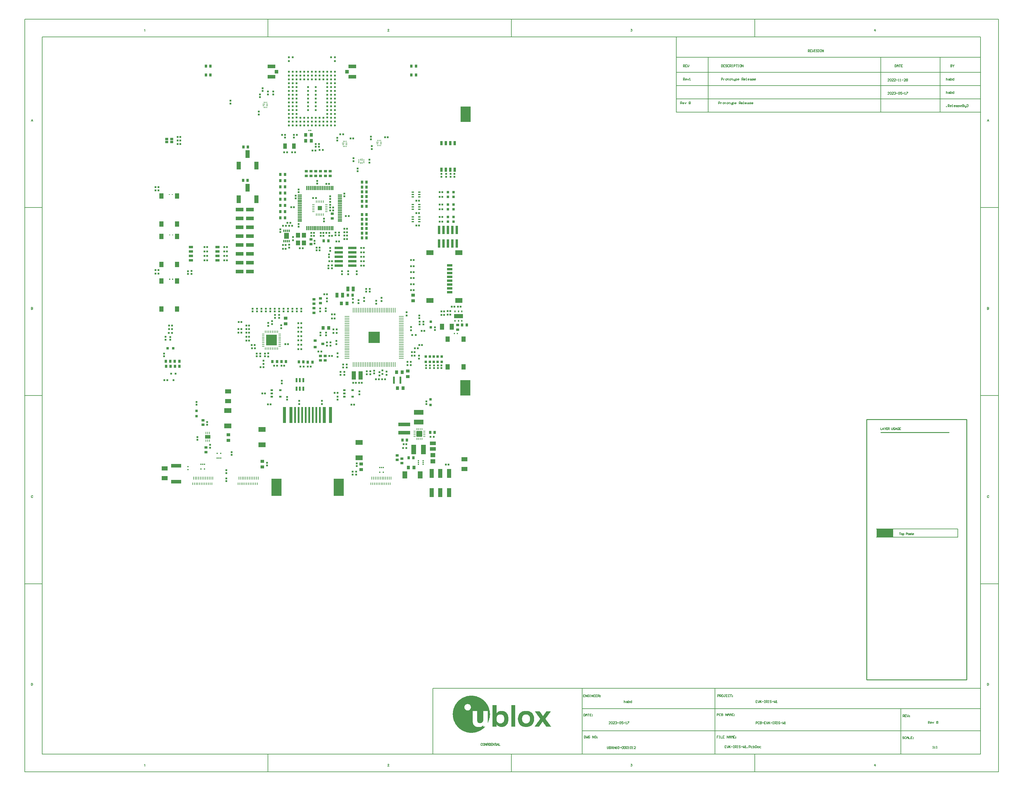
<source format=gtp>
G04*
G04 #@! TF.GenerationSoftware,Altium Limited,Altium Designer,24.5.2 (23)*
G04*
G04 Layer_Color=8421504*
%FSLAX44Y44*%
%MOMM*%
G71*
G04*
G04 #@! TF.SameCoordinates,06A8B94F-9278-456E-AD24-3EE51E5687D5*
G04*
G04*
G04 #@! TF.FilePolarity,Positive*
G04*
G01*
G75*
%ADD11C,0.1270*%
%ADD18C,0.1500*%
%ADD19C,0.2000*%
%ADD24R,4.8260X2.4130*%
%ADD25C,0.2540*%
%ADD26R,1.2966X1.2965*%
%ADD27R,1.2954X2.4892*%
%ADD28R,1.1500X1.4000*%
%ADD29R,1.0000X1.5500*%
%ADD30R,0.7000X0.2200*%
%ADD31R,0.6000X0.2200*%
%ADD32R,0.2200X0.4500*%
%ADD33R,2.2000X1.0500*%
%ADD34R,1.0500X1.0000*%
%ADD35R,3.0000X4.5000*%
%ADD36R,1.3000X1.5500*%
%ADD37R,1.3000X1.5000*%
%ADD38R,1.2000X2.5000*%
%ADD39R,0.6000X1.1500*%
%ADD40R,0.8000X0.5500*%
%ADD41R,0.4500X0.3000*%
%ADD42R,0.3000X0.4500*%
%ADD43R,0.6000X0.5500*%
%ADD44R,0.9000X0.8000*%
%ADD45R,1.2700X0.7600*%
%ADD46R,1.5000X1.1000*%
%ADD47R,0.2500X0.6500*%
%ADD48R,0.3600X0.2500*%
%ADD49R,0.3500X0.3600*%
%ADD50R,0.8000X0.8000*%
%ADD51R,2.1900X1.0200*%
%ADD52R,0.6600X0.4000*%
%ADD53R,1.2500X1.7500*%
%ADD54R,0.7500X0.9000*%
%ADD55R,0.5500X0.5200*%
%ADD56R,1.4500X0.2700*%
%ADD57R,0.2700X1.4500*%
%ADD58R,3.2100X3.2100*%
%ADD59R,1.2000X0.3000*%
%ADD60R,0.3000X1.2000*%
%ADD61R,3.1000X3.1000*%
%ADD62R,0.7600X0.2600*%
%ADD63R,0.2600X0.7600*%
G04:AMPARAMS|DCode=64|XSize=0.6mm|YSize=0.24mm|CornerRadius=0.06mm|HoleSize=0mm|Usage=FLASHONLY|Rotation=270.000|XOffset=0mm|YOffset=0mm|HoleType=Round|Shape=RoundedRectangle|*
%AMROUNDEDRECTD64*
21,1,0.6000,0.1200,0,0,270.0*
21,1,0.4800,0.2400,0,0,270.0*
1,1,0.1200,-0.0600,-0.2400*
1,1,0.1200,-0.0600,0.2400*
1,1,0.1200,0.0600,0.2400*
1,1,0.1200,0.0600,-0.2400*
%
%ADD64ROUNDEDRECTD64*%
G04:AMPARAMS|DCode=65|XSize=0.6mm|YSize=0.24mm|CornerRadius=0.06mm|HoleSize=0mm|Usage=FLASHONLY|Rotation=180.000|XOffset=0mm|YOffset=0mm|HoleType=Round|Shape=RoundedRectangle|*
%AMROUNDEDRECTD65*
21,1,0.6000,0.1200,0,0,180.0*
21,1,0.4800,0.2400,0,0,180.0*
1,1,0.1200,-0.2400,0.0600*
1,1,0.1200,0.2400,0.0600*
1,1,0.1200,0.2400,-0.0600*
1,1,0.1200,-0.2400,-0.0600*
%
%ADD65ROUNDEDRECTD65*%
G04:AMPARAMS|DCode=66|XSize=1.68mm|YSize=1.68mm|CornerRadius=0.084mm|HoleSize=0mm|Usage=FLASHONLY|Rotation=0.000|XOffset=0mm|YOffset=0mm|HoleType=Round|Shape=RoundedRectangle|*
%AMROUNDEDRECTD66*
21,1,1.6800,1.5120,0,0,0.0*
21,1,1.5120,1.6800,0,0,0.0*
1,1,0.1680,0.7560,-0.7560*
1,1,0.1680,-0.7560,-0.7560*
1,1,0.1680,-0.7560,0.7560*
1,1,0.1680,0.7560,0.7560*
%
%ADD66ROUNDEDRECTD66*%
G04:AMPARAMS|DCode=67|XSize=0.7397mm|YSize=0.2425mm|CornerRadius=0.1212mm|HoleSize=0mm|Usage=FLASHONLY|Rotation=0.000|XOffset=0mm|YOffset=0mm|HoleType=Round|Shape=RoundedRectangle|*
%AMROUNDEDRECTD67*
21,1,0.7397,0.0000,0,0,0.0*
21,1,0.4972,0.2425,0,0,0.0*
1,1,0.2425,0.2486,0.0000*
1,1,0.2425,-0.2486,0.0000*
1,1,0.2425,-0.2486,0.0000*
1,1,0.2425,0.2486,0.0000*
%
%ADD67ROUNDEDRECTD67*%
G04:AMPARAMS|DCode=68|XSize=0.2425mm|YSize=0.7397mm|CornerRadius=0.1212mm|HoleSize=0mm|Usage=FLASHONLY|Rotation=0.000|XOffset=0mm|YOffset=0mm|HoleType=Round|Shape=RoundedRectangle|*
%AMROUNDEDRECTD68*
21,1,0.2425,0.4972,0,0,0.0*
21,1,0.0000,0.7397,0,0,0.0*
1,1,0.2425,0.0000,-0.2486*
1,1,0.2425,0.0000,-0.2486*
1,1,0.2425,0.0000,0.2486*
1,1,0.2425,0.0000,0.2486*
%
%ADD68ROUNDEDRECTD68*%
%ADD69R,0.7397X0.2425*%
%ADD70R,1.5000X0.8000*%
%ADD71R,2.0000X1.4500*%
%ADD72R,0.8500X0.6500*%
%ADD73R,0.6000X0.6000*%
%ADD74C,0.6000*%
%ADD75R,0.6000X0.6000*%
%ADD76R,0.6223X2.0066*%
%ADD77R,3.4000X0.9800*%
%ADD78R,1.8000X1.0000*%
%ADD79R,0.9000X0.7500*%
%ADD80R,1.0000X0.9500*%
%ADD81R,0.5500X0.5000*%
%ADD82R,1.2700X2.2000*%
%ADD83R,0.7600X2.4000*%
%ADD84R,2.1000X1.4000*%
%ADD85R,3.0000X1.0000*%
%ADD86R,0.4500X0.6300*%
%ADD87R,2.6000X1.2200*%
%ADD88R,0.3000X0.7500*%
%ADD89R,1.4500X1.7500*%
%ADD90R,0.2700X0.9000*%
%ADD91R,0.2700X0.8000*%
%ADD92R,2.8000X1.4000*%
%ADD93R,0.9500X1.3500*%
%ADD94R,1.4500X1.1500*%
%ADD95R,1.0000X0.9500*%
%ADD96R,0.6200X0.6200*%
%ADD97R,0.6100X4.6000*%
%ADD98R,3.0000X4.9000*%
%ADD99R,0.8100X4.6000*%
%ADD100R,0.5200X0.5500*%
%ADD101R,0.6200X0.6200*%
%ADD102R,0.8000X0.8000*%
%ADD103R,0.3600X0.3500*%
%ADD104R,1.4000X2.1000*%
%ADD105R,2.4000X0.7600*%
%ADD106R,0.3000X0.3000*%
%ADD107R,0.9500X1.0000*%
%ADD108R,1.7500X1.2500*%
%ADD109R,0.9500X1.0000*%
%ADD110R,1.4000X2.8000*%
%ADD111R,0.4500X0.2200*%
%ADD112R,0.2200X0.6000*%
%ADD113R,0.2200X0.7000*%
%ADD114R,0.7600X1.2700*%
G36*
X367974Y478450D02*
X357074D01*
Y489350D01*
X367974D01*
Y478450D01*
D02*
G37*
G36*
X353974D02*
X343074D01*
Y489350D01*
X353974D01*
Y478450D01*
D02*
G37*
G36*
X367974Y464450D02*
X357074D01*
Y475350D01*
X367974D01*
Y464450D01*
D02*
G37*
G36*
X353974D02*
X343074D01*
Y475350D01*
X353974D01*
Y464450D01*
D02*
G37*
G36*
X1157245Y-588172D02*
X1156792D01*
Y-588626D01*
Y-589080D01*
X1156338D01*
Y-589533D01*
X1155885D01*
Y-589987D01*
X1155431D01*
Y-590440D01*
Y-590894D01*
X1154978D01*
Y-591347D01*
X1154524D01*
Y-591801D01*
Y-592254D01*
X1154071D01*
Y-592708D01*
X1153617D01*
Y-593162D01*
X1153164D01*
Y-593615D01*
Y-594069D01*
X1152710D01*
Y-594522D01*
X1152256D01*
Y-594976D01*
X1151803D01*
Y-595429D01*
Y-595883D01*
X1151349D01*
Y-596337D01*
X1150896D01*
Y-596790D01*
X1150442D01*
Y-597244D01*
Y-597697D01*
X1149989D01*
Y-598151D01*
X1149535D01*
Y-598604D01*
Y-599058D01*
X1149081D01*
Y-599511D01*
X1148628D01*
Y-599965D01*
X1148174D01*
Y-600419D01*
Y-600872D01*
X1147721D01*
Y-601326D01*
X1147267D01*
Y-601779D01*
X1146814D01*
Y-602233D01*
Y-602686D01*
X1146360D01*
Y-603140D01*
X1145907D01*
Y-603593D01*
Y-604047D01*
X1145453D01*
Y-604501D01*
X1144999D01*
Y-604954D01*
X1144546D01*
Y-605408D01*
Y-605861D01*
X1144092D01*
Y-606315D01*
X1143639D01*
Y-606768D01*
X1143185D01*
Y-607222D01*
Y-607675D01*
X1142732D01*
Y-608129D01*
X1142278D01*
Y-608583D01*
X1141825D01*
Y-609036D01*
Y-609490D01*
Y-609943D01*
X1142278D01*
Y-610397D01*
Y-610850D01*
X1142732D01*
Y-611304D01*
X1143185D01*
Y-611758D01*
X1143639D01*
Y-612211D01*
Y-612665D01*
X1144092D01*
Y-613118D01*
X1144546D01*
Y-613572D01*
X1144999D01*
Y-614025D01*
Y-614479D01*
X1145453D01*
Y-614932D01*
X1145907D01*
Y-615386D01*
Y-615839D01*
X1146360D01*
Y-616293D01*
X1146814D01*
Y-616747D01*
X1147267D01*
Y-617200D01*
Y-617654D01*
X1147721D01*
Y-618107D01*
X1148174D01*
Y-618561D01*
X1148628D01*
Y-619014D01*
Y-619468D01*
X1149081D01*
Y-619921D01*
X1149535D01*
Y-620375D01*
X1149989D01*
Y-620829D01*
Y-621282D01*
X1150442D01*
Y-621736D01*
X1150896D01*
Y-622189D01*
X1151349D01*
Y-622643D01*
Y-623096D01*
X1151803D01*
Y-623550D01*
X1152256D01*
Y-624003D01*
X1152710D01*
Y-624457D01*
Y-624911D01*
X1153164D01*
Y-625364D01*
X1153617D01*
Y-625818D01*
X1154071D01*
Y-626271D01*
Y-626725D01*
X1154524D01*
Y-627178D01*
X1154978D01*
Y-627632D01*
Y-628086D01*
X1155431D01*
Y-628539D01*
X1155885D01*
Y-628993D01*
X1156338D01*
Y-629446D01*
Y-629900D01*
X1156792D01*
Y-630353D01*
X1157245D01*
Y-630807D01*
X1157699D01*
Y-631260D01*
X1158153D01*
Y-631714D01*
X1143639D01*
Y-631260D01*
Y-630807D01*
X1143185D01*
Y-630353D01*
X1142732D01*
Y-629900D01*
X1142278D01*
Y-629446D01*
Y-628993D01*
X1141825D01*
Y-628539D01*
X1141371D01*
Y-628086D01*
X1140918D01*
Y-627632D01*
Y-627178D01*
X1140464D01*
Y-626725D01*
X1140010D01*
Y-626271D01*
Y-625818D01*
X1139557D01*
Y-625364D01*
X1139103D01*
Y-624911D01*
X1138650D01*
Y-624457D01*
Y-624003D01*
X1138196D01*
Y-623550D01*
X1137743D01*
Y-623096D01*
X1137289D01*
Y-622643D01*
Y-622189D01*
X1136835D01*
Y-621736D01*
X1136382D01*
Y-621282D01*
Y-620829D01*
X1135928D01*
Y-620375D01*
X1135475D01*
Y-619921D01*
X1135021D01*
Y-619468D01*
Y-619014D01*
X1134568D01*
Y-618561D01*
X1134114D01*
Y-618107D01*
X1133661D01*
Y-617654D01*
X1133207D01*
Y-618107D01*
Y-618561D01*
X1132754D01*
Y-619014D01*
X1132300D01*
Y-619468D01*
X1131846D01*
Y-619921D01*
Y-620375D01*
X1131393D01*
Y-620829D01*
X1130939D01*
Y-621282D01*
Y-621736D01*
X1130486D01*
Y-622189D01*
X1130032D01*
Y-622643D01*
X1129579D01*
Y-623096D01*
Y-623550D01*
X1129125D01*
Y-624003D01*
X1128671D01*
Y-624457D01*
Y-624911D01*
X1128218D01*
Y-625364D01*
X1127764D01*
Y-625818D01*
X1127311D01*
Y-626271D01*
Y-626725D01*
X1126857D01*
Y-627178D01*
X1126404D01*
Y-627632D01*
Y-628086D01*
X1125950D01*
Y-628539D01*
X1125497D01*
Y-628993D01*
X1125043D01*
Y-629446D01*
Y-629900D01*
X1124589D01*
Y-630353D01*
X1124136D01*
Y-630807D01*
Y-631260D01*
X1123682D01*
Y-631714D01*
X1110529D01*
Y-631260D01*
X1110983D01*
Y-630807D01*
X1111436D01*
Y-630353D01*
Y-629900D01*
X1111890D01*
Y-629446D01*
X1112344D01*
Y-628993D01*
X1112797D01*
Y-628539D01*
Y-628086D01*
X1113251D01*
Y-627632D01*
X1113704D01*
Y-627178D01*
Y-626725D01*
X1114158D01*
Y-626271D01*
X1114611D01*
Y-625818D01*
X1115065D01*
Y-625364D01*
X1115518D01*
Y-624911D01*
Y-624457D01*
X1115972D01*
Y-624003D01*
X1116425D01*
Y-623550D01*
Y-623096D01*
X1116879D01*
Y-622643D01*
X1117333D01*
Y-622189D01*
X1117786D01*
Y-621736D01*
Y-621282D01*
X1118240D01*
Y-620829D01*
X1118693D01*
Y-620375D01*
X1119147D01*
Y-619921D01*
Y-619468D01*
X1119600D01*
Y-619014D01*
X1120054D01*
Y-618561D01*
X1120508D01*
Y-618107D01*
Y-617654D01*
X1120961D01*
Y-617200D01*
X1121415D01*
Y-616747D01*
X1121868D01*
Y-616293D01*
Y-615839D01*
X1122322D01*
Y-615386D01*
X1122775D01*
Y-614932D01*
X1123229D01*
Y-614479D01*
Y-614025D01*
X1123682D01*
Y-613572D01*
X1124136D01*
Y-613118D01*
X1124589D01*
Y-612665D01*
Y-612211D01*
X1125043D01*
Y-611758D01*
X1125497D01*
Y-611304D01*
Y-610850D01*
X1125950D01*
Y-610397D01*
X1126404D01*
Y-609943D01*
X1126857D01*
Y-609490D01*
Y-609036D01*
X1126404D01*
Y-608583D01*
X1125950D01*
Y-608129D01*
X1125497D01*
Y-607675D01*
Y-607222D01*
X1125043D01*
Y-606768D01*
X1124589D01*
Y-606315D01*
X1124136D01*
Y-605861D01*
Y-605408D01*
X1123682D01*
Y-604954D01*
X1123229D01*
Y-604501D01*
Y-604047D01*
X1122775D01*
Y-603593D01*
X1122322D01*
Y-603140D01*
X1121868D01*
Y-602686D01*
Y-602233D01*
X1121415D01*
Y-601779D01*
X1120961D01*
Y-601326D01*
X1120508D01*
Y-600872D01*
Y-600419D01*
X1120054D01*
Y-599965D01*
X1119600D01*
Y-599511D01*
Y-599058D01*
X1119147D01*
Y-598604D01*
X1118693D01*
Y-598151D01*
X1118240D01*
Y-597697D01*
Y-597244D01*
X1117786D01*
Y-596790D01*
X1117333D01*
Y-596337D01*
X1116879D01*
Y-595883D01*
Y-595429D01*
X1116425D01*
Y-594976D01*
X1115972D01*
Y-594522D01*
Y-594069D01*
X1115518D01*
Y-593615D01*
X1115065D01*
Y-593162D01*
X1114611D01*
Y-592708D01*
Y-592254D01*
X1114158D01*
Y-591801D01*
X1113704D01*
Y-591347D01*
X1113251D01*
Y-590894D01*
Y-590440D01*
X1112797D01*
Y-589987D01*
X1112344D01*
Y-589533D01*
Y-589080D01*
X1111890D01*
Y-588626D01*
X1111436D01*
Y-588172D01*
X1110983D01*
Y-587719D01*
X1125043D01*
Y-588172D01*
X1125497D01*
Y-588626D01*
X1125950D01*
Y-589080D01*
Y-589533D01*
X1126404D01*
Y-589987D01*
X1126857D01*
Y-590440D01*
X1127311D01*
Y-590894D01*
Y-591347D01*
X1127764D01*
Y-591801D01*
X1128218D01*
Y-592254D01*
Y-592708D01*
X1128671D01*
Y-593162D01*
X1129125D01*
Y-593615D01*
Y-594069D01*
X1129579D01*
Y-594522D01*
X1130032D01*
Y-594976D01*
X1130486D01*
Y-595429D01*
Y-595883D01*
X1130939D01*
Y-596337D01*
X1131393D01*
Y-596790D01*
Y-597244D01*
X1131846D01*
Y-597697D01*
X1132300D01*
Y-598151D01*
X1132754D01*
Y-598604D01*
Y-599058D01*
X1133207D01*
Y-599511D01*
X1133661D01*
Y-599965D01*
Y-600419D01*
X1134114D01*
Y-600872D01*
X1134568D01*
Y-601326D01*
X1135021D01*
Y-600872D01*
X1135475D01*
Y-600419D01*
Y-599965D01*
X1135928D01*
Y-599511D01*
X1136382D01*
Y-599058D01*
X1136835D01*
Y-598604D01*
Y-598151D01*
X1137289D01*
Y-597697D01*
X1137743D01*
Y-597244D01*
Y-596790D01*
X1138196D01*
Y-596337D01*
X1138650D01*
Y-595883D01*
X1139103D01*
Y-595429D01*
Y-594976D01*
X1139557D01*
Y-594522D01*
X1140010D01*
Y-594069D01*
Y-593615D01*
X1140464D01*
Y-593162D01*
X1140918D01*
Y-592708D01*
X1141371D01*
Y-592254D01*
Y-591801D01*
X1141825D01*
Y-591347D01*
X1142278D01*
Y-590894D01*
Y-590440D01*
X1142732D01*
Y-589987D01*
X1143185D01*
Y-589533D01*
X1143639D01*
Y-589080D01*
Y-588626D01*
X1144092D01*
Y-588172D01*
X1144546D01*
Y-587719D01*
X1157245D01*
Y-588172D01*
D02*
G37*
G36*
X931375Y-543270D02*
X935910D01*
Y-543724D01*
X938632D01*
Y-544178D01*
X940899D01*
Y-544631D01*
X942713D01*
Y-545085D01*
X944528D01*
Y-545538D01*
X945888D01*
Y-545992D01*
X947249D01*
Y-546445D01*
X948610D01*
Y-546899D01*
X949517D01*
Y-547352D01*
X950878D01*
Y-547806D01*
X951785D01*
Y-548260D01*
X952692D01*
Y-548713D01*
X953599D01*
Y-549167D01*
X954506D01*
Y-549620D01*
X955413D01*
Y-550074D01*
X955867D01*
Y-550527D01*
X956774D01*
Y-550981D01*
X957681D01*
Y-551435D01*
X958135D01*
Y-551888D01*
X959042D01*
Y-552342D01*
X959495D01*
Y-552795D01*
X960402D01*
Y-553249D01*
X960856D01*
Y-553702D01*
X961309D01*
Y-554156D01*
X962216D01*
Y-554609D01*
X962670D01*
Y-555063D01*
X963123D01*
Y-555517D01*
X963577D01*
Y-555970D01*
X964484D01*
Y-556424D01*
X964938D01*
Y-556877D01*
X965391D01*
Y-557331D01*
X965845D01*
Y-557784D01*
X966298D01*
Y-558238D01*
X966752D01*
Y-558691D01*
X967206D01*
Y-559145D01*
X967659D01*
Y-559599D01*
X968113D01*
Y-560052D01*
X968566D01*
Y-560506D01*
X969020D01*
Y-560959D01*
X969473D01*
Y-561413D01*
Y-561866D01*
X969927D01*
Y-562320D01*
X970380D01*
Y-562773D01*
X970834D01*
Y-563227D01*
X971288D01*
Y-563680D01*
Y-564134D01*
X971741D01*
Y-564588D01*
X972195D01*
Y-565041D01*
X972648D01*
Y-565495D01*
Y-565948D01*
X973102D01*
Y-566402D01*
X973555D01*
Y-566855D01*
Y-567309D01*
X974009D01*
Y-567762D01*
X974463D01*
Y-568216D01*
Y-568670D01*
X974916D01*
Y-569123D01*
X975370D01*
Y-569577D01*
Y-570030D01*
X975823D01*
Y-570484D01*
Y-570937D01*
X976277D01*
Y-571391D01*
Y-571844D01*
X976730D01*
Y-572298D01*
Y-572752D01*
X977184D01*
Y-573205D01*
Y-573659D01*
X977637D01*
Y-574112D01*
Y-574566D01*
X978091D01*
Y-575019D01*
Y-575473D01*
X978544D01*
Y-575927D01*
Y-576380D01*
Y-576834D01*
X978998D01*
Y-577287D01*
Y-577741D01*
X979452D01*
Y-578194D01*
Y-578648D01*
Y-579101D01*
X979905D01*
Y-579555D01*
Y-580009D01*
Y-580462D01*
X980359D01*
Y-580916D01*
Y-581369D01*
Y-581823D01*
Y-582276D01*
X980812D01*
Y-582730D01*
Y-583183D01*
Y-583637D01*
Y-584090D01*
X981266D01*
Y-584544D01*
Y-584998D01*
Y-585451D01*
Y-585905D01*
X981719D01*
Y-586358D01*
Y-586812D01*
Y-587265D01*
Y-587719D01*
Y-588172D01*
Y-588626D01*
Y-589080D01*
X982173D01*
Y-589533D01*
Y-589987D01*
Y-590440D01*
Y-590894D01*
Y-591347D01*
Y-591801D01*
Y-592254D01*
Y-592708D01*
Y-593162D01*
Y-593615D01*
Y-594069D01*
X982626D01*
Y-594522D01*
Y-594976D01*
Y-595429D01*
Y-595883D01*
Y-596337D01*
Y-596790D01*
Y-597244D01*
Y-597697D01*
Y-598151D01*
Y-598604D01*
X982173D01*
Y-599058D01*
Y-599511D01*
Y-599965D01*
Y-600419D01*
Y-600872D01*
Y-601326D01*
Y-601779D01*
Y-602233D01*
Y-602686D01*
Y-603140D01*
Y-603593D01*
X981719D01*
Y-604047D01*
Y-604501D01*
Y-604954D01*
Y-605408D01*
Y-605861D01*
Y-606315D01*
X981266D01*
Y-606768D01*
Y-607222D01*
Y-607675D01*
Y-608129D01*
Y-608583D01*
X980812D01*
Y-609036D01*
Y-609490D01*
Y-609943D01*
Y-610397D01*
X980359D01*
Y-610850D01*
Y-611304D01*
Y-611758D01*
Y-612211D01*
X979905D01*
Y-612665D01*
Y-613118D01*
Y-613572D01*
X979452D01*
Y-614025D01*
Y-614479D01*
X978998D01*
Y-614932D01*
Y-615386D01*
Y-615839D01*
X978544D01*
Y-616293D01*
Y-616747D01*
X978091D01*
Y-617200D01*
Y-617654D01*
Y-618107D01*
X977637D01*
Y-618561D01*
Y-619014D01*
X977184D01*
Y-619468D01*
Y-619921D01*
X976730D01*
Y-620375D01*
Y-620829D01*
X976277D01*
Y-621282D01*
Y-621736D01*
X975823D01*
Y-621282D01*
Y-620829D01*
Y-620375D01*
Y-619921D01*
Y-619468D01*
Y-619014D01*
Y-618561D01*
Y-618107D01*
Y-617654D01*
Y-617200D01*
Y-616747D01*
Y-616293D01*
Y-615839D01*
Y-615386D01*
Y-614932D01*
Y-614479D01*
Y-614025D01*
Y-613572D01*
Y-613118D01*
Y-612665D01*
Y-612211D01*
Y-611758D01*
Y-611304D01*
Y-610850D01*
Y-610397D01*
Y-609943D01*
Y-609490D01*
Y-609036D01*
Y-608583D01*
Y-608129D01*
Y-607675D01*
Y-607222D01*
Y-606768D01*
Y-606315D01*
Y-605861D01*
Y-605408D01*
Y-604954D01*
Y-604501D01*
Y-604047D01*
Y-603593D01*
Y-603140D01*
Y-602686D01*
Y-602233D01*
Y-601779D01*
Y-601326D01*
Y-600872D01*
Y-600419D01*
Y-599965D01*
Y-599511D01*
Y-599058D01*
Y-598604D01*
Y-598151D01*
Y-597697D01*
Y-597244D01*
Y-596790D01*
Y-596337D01*
Y-595883D01*
Y-595429D01*
Y-594976D01*
Y-594522D01*
Y-594069D01*
Y-593615D01*
Y-593162D01*
Y-592708D01*
Y-592254D01*
Y-591801D01*
Y-591347D01*
Y-590894D01*
Y-590440D01*
Y-589987D01*
Y-589533D01*
Y-589080D01*
Y-588626D01*
Y-588172D01*
Y-587719D01*
Y-587265D01*
X963123D01*
Y-587719D01*
Y-588172D01*
Y-588626D01*
Y-589080D01*
Y-589533D01*
Y-589987D01*
Y-590440D01*
Y-590894D01*
Y-591347D01*
Y-591801D01*
Y-592254D01*
Y-592708D01*
Y-593162D01*
Y-593615D01*
Y-594069D01*
Y-594522D01*
Y-594976D01*
Y-595429D01*
Y-595883D01*
Y-596337D01*
Y-596790D01*
Y-597244D01*
Y-597697D01*
Y-598151D01*
Y-598604D01*
Y-599058D01*
Y-599511D01*
Y-599965D01*
Y-600419D01*
Y-600872D01*
Y-601326D01*
Y-601779D01*
Y-602233D01*
Y-602686D01*
Y-603140D01*
Y-603593D01*
Y-604047D01*
Y-604501D01*
Y-604954D01*
Y-605408D01*
Y-605861D01*
Y-606315D01*
Y-606768D01*
Y-607222D01*
Y-607675D01*
Y-608129D01*
Y-608583D01*
Y-609036D01*
Y-609490D01*
Y-609943D01*
Y-610397D01*
Y-610850D01*
Y-611304D01*
Y-611758D01*
Y-612211D01*
Y-612665D01*
Y-613118D01*
Y-613572D01*
Y-614025D01*
Y-614479D01*
Y-614932D01*
X962670D01*
Y-615386D01*
Y-615839D01*
Y-616293D01*
Y-616747D01*
X962216D01*
Y-617200D01*
Y-617654D01*
X961763D01*
Y-618107D01*
Y-618561D01*
X961309D01*
Y-619014D01*
X960856D01*
Y-619468D01*
X960402D01*
Y-619921D01*
X959949D01*
Y-620375D01*
X959495D01*
Y-620829D01*
X958588D01*
Y-621282D01*
X957227D01*
Y-621736D01*
X950878D01*
Y-621282D01*
X949517D01*
Y-620829D01*
X948610D01*
Y-620375D01*
X948156D01*
Y-619921D01*
X947703D01*
Y-619468D01*
X947249D01*
Y-619014D01*
Y-618561D01*
X946796D01*
Y-618107D01*
Y-617654D01*
X946342D01*
Y-617200D01*
Y-616747D01*
Y-616293D01*
Y-615839D01*
X945888D01*
Y-615386D01*
Y-614932D01*
Y-614479D01*
Y-614025D01*
Y-613572D01*
Y-613118D01*
Y-612665D01*
Y-612211D01*
Y-611758D01*
Y-611304D01*
Y-610850D01*
Y-610397D01*
Y-609943D01*
Y-609490D01*
Y-609036D01*
Y-608583D01*
Y-608129D01*
Y-607675D01*
Y-607222D01*
Y-606768D01*
Y-606315D01*
Y-605861D01*
Y-605408D01*
Y-604954D01*
Y-604501D01*
Y-604047D01*
Y-603593D01*
Y-603140D01*
Y-602686D01*
Y-602233D01*
Y-601779D01*
Y-601326D01*
Y-600872D01*
Y-600419D01*
Y-599965D01*
Y-599511D01*
Y-599058D01*
Y-598604D01*
Y-598151D01*
Y-597697D01*
Y-597244D01*
Y-596790D01*
Y-596337D01*
Y-595883D01*
Y-595429D01*
Y-594976D01*
Y-594522D01*
Y-594069D01*
Y-593615D01*
Y-593162D01*
Y-592708D01*
Y-592254D01*
Y-591801D01*
Y-591347D01*
Y-590894D01*
Y-590440D01*
Y-589987D01*
Y-589533D01*
Y-589080D01*
Y-588626D01*
Y-588172D01*
Y-587719D01*
Y-587265D01*
X933189D01*
Y-587719D01*
Y-588172D01*
Y-588626D01*
Y-589080D01*
Y-589533D01*
Y-589987D01*
Y-590440D01*
Y-590894D01*
Y-591347D01*
Y-591801D01*
Y-592254D01*
Y-592708D01*
Y-593162D01*
Y-593615D01*
Y-594069D01*
Y-594522D01*
Y-594976D01*
Y-595429D01*
Y-595883D01*
Y-596337D01*
Y-596790D01*
Y-597244D01*
Y-597697D01*
Y-598151D01*
Y-598604D01*
Y-599058D01*
Y-599511D01*
Y-599965D01*
Y-600419D01*
Y-600872D01*
Y-601326D01*
Y-601779D01*
Y-602233D01*
Y-602686D01*
Y-603140D01*
Y-603593D01*
Y-604047D01*
Y-604501D01*
Y-604954D01*
Y-605408D01*
Y-605861D01*
Y-606315D01*
Y-606768D01*
Y-607222D01*
Y-607675D01*
Y-608129D01*
Y-608583D01*
Y-609036D01*
Y-609490D01*
Y-609943D01*
Y-610397D01*
Y-610850D01*
Y-611304D01*
Y-611758D01*
Y-612211D01*
Y-612665D01*
Y-613118D01*
Y-613572D01*
Y-614025D01*
Y-614479D01*
Y-614932D01*
Y-615386D01*
Y-615839D01*
Y-616293D01*
Y-616747D01*
Y-617200D01*
Y-617654D01*
Y-618107D01*
Y-618561D01*
Y-619014D01*
Y-619468D01*
Y-619921D01*
Y-620375D01*
X933642D01*
Y-620829D01*
Y-621282D01*
Y-621736D01*
Y-622189D01*
X934096D01*
Y-622643D01*
Y-623096D01*
Y-623550D01*
X934549D01*
Y-624003D01*
Y-624457D01*
Y-624911D01*
X935003D01*
Y-625364D01*
Y-625818D01*
X935457D01*
Y-626271D01*
X935910D01*
Y-626725D01*
Y-627178D01*
X936364D01*
Y-627632D01*
X936817D01*
Y-628086D01*
X937271D01*
Y-628539D01*
X937724D01*
Y-628993D01*
X938178D01*
Y-629446D01*
X938632D01*
Y-629900D01*
X939539D01*
Y-630353D01*
X939992D01*
Y-630807D01*
X940899D01*
Y-631260D01*
X941806D01*
Y-631714D01*
X942713D01*
Y-632168D01*
X944074D01*
Y-632621D01*
X945888D01*
Y-633075D01*
X954960D01*
Y-632621D01*
X956774D01*
Y-632168D01*
X957681D01*
Y-631714D01*
X959042D01*
Y-631260D01*
X959495D01*
Y-630807D01*
X960402D01*
Y-630353D01*
X960856D01*
Y-629900D01*
X961309D01*
Y-629446D01*
X962216D01*
Y-628993D01*
X962670D01*
Y-628539D01*
X963123D01*
Y-628086D01*
Y-627632D01*
X963577D01*
Y-628086D01*
Y-628539D01*
Y-628993D01*
Y-629446D01*
Y-629900D01*
Y-630353D01*
Y-630807D01*
Y-631260D01*
Y-631714D01*
Y-632168D01*
X968566D01*
Y-632621D01*
X968113D01*
Y-633075D01*
X967659D01*
Y-633528D01*
X967206D01*
Y-633982D01*
X966752D01*
Y-634435D01*
X966298D01*
Y-634889D01*
X965845D01*
Y-635342D01*
X965391D01*
Y-635796D01*
X964938D01*
Y-636250D01*
X964031D01*
Y-636703D01*
X963577D01*
Y-637157D01*
X963123D01*
Y-637610D01*
X962670D01*
Y-638064D01*
X961763D01*
Y-638517D01*
X961309D01*
Y-638971D01*
X960856D01*
Y-639424D01*
X959949D01*
Y-639878D01*
X959495D01*
Y-640331D01*
X958588D01*
Y-640785D01*
X958135D01*
Y-641239D01*
X957227D01*
Y-641692D01*
X956774D01*
Y-642146D01*
X955867D01*
Y-642599D01*
X954960D01*
Y-643053D01*
X954052D01*
Y-643506D01*
X953599D01*
Y-643960D01*
X952692D01*
Y-644414D01*
X951331D01*
Y-644867D01*
X950424D01*
Y-645321D01*
X949517D01*
Y-645774D01*
X948156D01*
Y-646228D01*
X947249D01*
Y-646681D01*
X945888D01*
Y-647135D01*
X944074D01*
Y-647588D01*
X942713D01*
Y-648042D01*
X940899D01*
Y-648495D01*
X938178D01*
Y-648949D01*
X935003D01*
Y-649403D01*
X923211D01*
Y-648949D01*
X920036D01*
Y-648495D01*
X917768D01*
Y-648042D01*
X915954D01*
Y-647588D01*
X914139D01*
Y-647135D01*
X912779D01*
Y-646681D01*
X911418D01*
Y-646228D01*
X910058D01*
Y-645774D01*
X909150D01*
Y-645321D01*
X907790D01*
Y-644867D01*
X906883D01*
Y-644414D01*
X905975D01*
Y-643960D01*
X905068D01*
Y-643506D01*
X904161D01*
Y-643053D01*
X903254D01*
Y-642599D01*
X902347D01*
Y-642146D01*
X901893D01*
Y-641692D01*
X900986D01*
Y-641239D01*
X900079D01*
Y-640785D01*
X899626D01*
Y-640331D01*
X898719D01*
Y-639878D01*
X898265D01*
Y-639424D01*
X897812D01*
Y-638971D01*
X896904D01*
Y-638517D01*
X896451D01*
Y-638064D01*
X895997D01*
Y-637610D01*
X895090D01*
Y-637157D01*
X894637D01*
Y-636703D01*
X894183D01*
Y-636250D01*
X893729D01*
Y-635796D01*
X893276D01*
Y-635342D01*
X892822D01*
Y-634889D01*
X892369D01*
Y-634435D01*
X891915D01*
Y-633982D01*
X891462D01*
Y-633528D01*
X891008D01*
Y-633075D01*
X890555D01*
Y-632621D01*
X890101D01*
Y-632168D01*
X889648D01*
Y-631714D01*
X889194D01*
Y-631260D01*
X888740D01*
Y-630807D01*
X888287D01*
Y-630353D01*
X887833D01*
Y-629900D01*
Y-629446D01*
X887380D01*
Y-628993D01*
X886926D01*
Y-628539D01*
X886473D01*
Y-628086D01*
X886019D01*
Y-627632D01*
Y-627178D01*
X885565D01*
Y-626725D01*
X885112D01*
Y-626271D01*
Y-625818D01*
X884658D01*
Y-625364D01*
X884205D01*
Y-624911D01*
Y-624457D01*
X883751D01*
Y-624003D01*
X883298D01*
Y-623550D01*
Y-623096D01*
X882844D01*
Y-622643D01*
Y-622189D01*
X882391D01*
Y-621736D01*
Y-621282D01*
X881937D01*
Y-620829D01*
Y-620375D01*
X881484D01*
Y-619921D01*
Y-619468D01*
X881030D01*
Y-619014D01*
Y-618561D01*
X880576D01*
Y-618107D01*
Y-617654D01*
X880123D01*
Y-617200D01*
Y-616747D01*
X879669D01*
Y-616293D01*
Y-615839D01*
Y-615386D01*
X879216D01*
Y-614932D01*
Y-614479D01*
Y-614025D01*
X878762D01*
Y-613572D01*
Y-613118D01*
X878309D01*
Y-612665D01*
Y-612211D01*
Y-611758D01*
Y-611304D01*
X877855D01*
Y-610850D01*
Y-610397D01*
Y-609943D01*
X877402D01*
Y-609490D01*
Y-609036D01*
Y-608583D01*
Y-608129D01*
X876948D01*
Y-607675D01*
Y-607222D01*
Y-606768D01*
Y-606315D01*
Y-605861D01*
X876494D01*
Y-605408D01*
Y-604954D01*
Y-604501D01*
Y-604047D01*
Y-603593D01*
Y-603140D01*
Y-602686D01*
X876041D01*
Y-602233D01*
Y-601779D01*
Y-601326D01*
Y-600872D01*
Y-600419D01*
Y-599965D01*
Y-599511D01*
Y-599058D01*
Y-598604D01*
Y-598151D01*
X875587D01*
Y-597697D01*
Y-597244D01*
Y-596790D01*
Y-596337D01*
Y-595883D01*
Y-595429D01*
Y-594976D01*
Y-594522D01*
Y-594069D01*
X876041D01*
Y-593615D01*
Y-593162D01*
Y-592708D01*
Y-592254D01*
Y-591801D01*
Y-591347D01*
Y-590894D01*
Y-590440D01*
Y-589987D01*
X876494D01*
Y-589533D01*
Y-589080D01*
Y-588626D01*
Y-588172D01*
Y-587719D01*
Y-587265D01*
Y-586812D01*
X876948D01*
Y-586358D01*
Y-585905D01*
Y-585451D01*
Y-584998D01*
Y-584544D01*
X877402D01*
Y-584090D01*
Y-583637D01*
Y-583183D01*
Y-582730D01*
X877855D01*
Y-582276D01*
Y-581823D01*
Y-581369D01*
Y-580916D01*
X878309D01*
Y-580462D01*
Y-580009D01*
Y-579555D01*
X878762D01*
Y-579101D01*
Y-578648D01*
Y-578194D01*
X879216D01*
Y-577741D01*
Y-577287D01*
X879669D01*
Y-576834D01*
Y-576380D01*
Y-575927D01*
X880123D01*
Y-575473D01*
Y-575019D01*
X880576D01*
Y-574566D01*
Y-574112D01*
Y-573659D01*
X881030D01*
Y-573205D01*
Y-572752D01*
X881484D01*
Y-572298D01*
Y-571844D01*
X881937D01*
Y-571391D01*
Y-570937D01*
X882391D01*
Y-570484D01*
X882844D01*
Y-570030D01*
Y-569577D01*
X883298D01*
Y-569123D01*
Y-568670D01*
X883751D01*
Y-568216D01*
X884205D01*
Y-567762D01*
Y-567309D01*
X884658D01*
Y-566855D01*
X885112D01*
Y-566402D01*
Y-565948D01*
X885565D01*
Y-565495D01*
X886019D01*
Y-565041D01*
Y-564588D01*
X886473D01*
Y-564134D01*
X886926D01*
Y-563680D01*
X887380D01*
Y-563227D01*
Y-562773D01*
X887833D01*
Y-562320D01*
X888287D01*
Y-561866D01*
X888740D01*
Y-561413D01*
X889194D01*
Y-560959D01*
X889648D01*
Y-560506D01*
X890101D01*
Y-560052D01*
X890555D01*
Y-559599D01*
Y-559145D01*
X891008D01*
Y-558691D01*
X891462D01*
Y-558238D01*
X891915D01*
Y-557784D01*
X892822D01*
Y-557331D01*
X893276D01*
Y-556877D01*
X893729D01*
Y-556424D01*
X894183D01*
Y-555970D01*
X894637D01*
Y-555517D01*
X895090D01*
Y-555063D01*
X895544D01*
Y-554609D01*
X896451D01*
Y-554156D01*
X896904D01*
Y-553702D01*
X897358D01*
Y-553249D01*
X898265D01*
Y-552795D01*
X898719D01*
Y-552342D01*
X899626D01*
Y-551888D01*
X900079D01*
Y-551435D01*
X900986D01*
Y-550981D01*
X901440D01*
Y-550527D01*
X902347D01*
Y-550074D01*
X903254D01*
Y-549620D01*
X903708D01*
Y-549167D01*
X905068D01*
Y-548713D01*
X905975D01*
Y-548260D01*
X906883D01*
Y-547806D01*
X907790D01*
Y-547352D01*
X908697D01*
Y-546899D01*
X910058D01*
Y-546445D01*
X910965D01*
Y-545992D01*
X912325D01*
Y-545538D01*
X913686D01*
Y-545085D01*
X915500D01*
Y-544631D01*
X917314D01*
Y-544178D01*
X919582D01*
Y-543724D01*
X922757D01*
Y-543270D01*
X927293D01*
Y-542817D01*
X931375D01*
Y-543270D01*
D02*
G37*
G36*
X1055195Y-570484D02*
Y-570937D01*
Y-571391D01*
Y-571844D01*
Y-572298D01*
Y-572752D01*
Y-573205D01*
Y-573659D01*
Y-574112D01*
Y-574566D01*
Y-575019D01*
Y-575473D01*
Y-575927D01*
Y-576380D01*
Y-576834D01*
Y-577287D01*
Y-577741D01*
Y-578194D01*
Y-578648D01*
Y-579101D01*
Y-579555D01*
Y-580009D01*
Y-580462D01*
Y-580916D01*
Y-581369D01*
Y-581823D01*
Y-582276D01*
Y-582730D01*
Y-583183D01*
Y-583637D01*
Y-584090D01*
Y-584544D01*
Y-584998D01*
Y-585451D01*
Y-585905D01*
Y-586358D01*
Y-586812D01*
Y-587265D01*
Y-587719D01*
Y-588172D01*
Y-588626D01*
Y-589080D01*
Y-589533D01*
Y-589987D01*
Y-590440D01*
Y-590894D01*
Y-591347D01*
Y-591801D01*
Y-592254D01*
Y-592708D01*
Y-593162D01*
Y-593615D01*
Y-594069D01*
Y-594522D01*
Y-594976D01*
Y-595429D01*
Y-595883D01*
Y-596337D01*
Y-596790D01*
Y-597244D01*
Y-597697D01*
Y-598151D01*
Y-598604D01*
Y-599058D01*
Y-599511D01*
Y-599965D01*
Y-600419D01*
Y-600872D01*
Y-601326D01*
Y-601779D01*
Y-602233D01*
Y-602686D01*
Y-603140D01*
Y-603593D01*
Y-604047D01*
Y-604501D01*
Y-604954D01*
Y-605408D01*
Y-605861D01*
Y-606315D01*
Y-606768D01*
Y-607222D01*
Y-607675D01*
Y-608129D01*
Y-608583D01*
Y-609036D01*
Y-609490D01*
Y-609943D01*
Y-610397D01*
Y-610850D01*
Y-611304D01*
Y-611758D01*
Y-612211D01*
Y-612665D01*
Y-613118D01*
Y-613572D01*
Y-614025D01*
Y-614479D01*
Y-614932D01*
Y-615386D01*
Y-615839D01*
Y-616293D01*
Y-616747D01*
Y-617200D01*
Y-617654D01*
Y-618107D01*
Y-618561D01*
Y-619014D01*
Y-619468D01*
Y-619921D01*
Y-620375D01*
Y-620829D01*
Y-621282D01*
Y-621736D01*
Y-622189D01*
Y-622643D01*
Y-623096D01*
Y-623550D01*
Y-624003D01*
Y-624457D01*
Y-624911D01*
Y-625364D01*
Y-625818D01*
Y-626271D01*
Y-626725D01*
Y-627178D01*
Y-627632D01*
Y-628086D01*
Y-628539D01*
Y-628993D01*
Y-629446D01*
Y-629900D01*
Y-630353D01*
Y-630807D01*
Y-631260D01*
Y-631714D01*
X1043857D01*
Y-631260D01*
Y-630807D01*
Y-630353D01*
Y-629900D01*
Y-629446D01*
Y-628993D01*
Y-628539D01*
Y-628086D01*
Y-627632D01*
Y-627178D01*
Y-626725D01*
Y-626271D01*
Y-625818D01*
Y-625364D01*
Y-624911D01*
Y-624457D01*
Y-624003D01*
Y-623550D01*
Y-623096D01*
Y-622643D01*
Y-622189D01*
Y-621736D01*
Y-621282D01*
Y-620829D01*
Y-620375D01*
Y-619921D01*
Y-619468D01*
Y-619014D01*
Y-618561D01*
Y-618107D01*
Y-617654D01*
Y-617200D01*
Y-616747D01*
Y-616293D01*
Y-615839D01*
Y-615386D01*
Y-614932D01*
Y-614479D01*
Y-614025D01*
Y-613572D01*
Y-613118D01*
Y-612665D01*
Y-612211D01*
Y-611758D01*
Y-611304D01*
Y-610850D01*
Y-610397D01*
Y-609943D01*
Y-609490D01*
Y-609036D01*
Y-608583D01*
Y-608129D01*
Y-607675D01*
Y-607222D01*
Y-606768D01*
Y-606315D01*
Y-605861D01*
Y-605408D01*
Y-604954D01*
Y-604501D01*
Y-604047D01*
Y-603593D01*
Y-603140D01*
Y-602686D01*
Y-602233D01*
Y-601779D01*
Y-601326D01*
Y-600872D01*
Y-600419D01*
Y-599965D01*
Y-599511D01*
Y-599058D01*
Y-598604D01*
Y-598151D01*
Y-597697D01*
Y-597244D01*
Y-596790D01*
Y-596337D01*
Y-595883D01*
Y-595429D01*
Y-594976D01*
Y-594522D01*
Y-594069D01*
Y-593615D01*
Y-593162D01*
Y-592708D01*
Y-592254D01*
Y-591801D01*
Y-591347D01*
Y-590894D01*
Y-590440D01*
Y-589987D01*
Y-589533D01*
Y-589080D01*
Y-588626D01*
Y-588172D01*
Y-587719D01*
Y-587265D01*
Y-586812D01*
Y-586358D01*
Y-585905D01*
Y-585451D01*
Y-584998D01*
Y-584544D01*
Y-584090D01*
Y-583637D01*
Y-583183D01*
Y-582730D01*
Y-582276D01*
Y-581823D01*
Y-581369D01*
Y-580916D01*
Y-580462D01*
Y-580009D01*
Y-579555D01*
Y-579101D01*
Y-578648D01*
Y-578194D01*
Y-577741D01*
Y-577287D01*
Y-576834D01*
Y-576380D01*
Y-575927D01*
Y-575473D01*
Y-575019D01*
Y-574566D01*
Y-574112D01*
Y-573659D01*
Y-573205D01*
Y-572752D01*
Y-572298D01*
Y-571844D01*
Y-571391D01*
Y-570937D01*
Y-570484D01*
Y-570030D01*
X1055195D01*
Y-570484D01*
D02*
G37*
G36*
X1091480Y-587265D02*
X1093748D01*
Y-587719D01*
X1095108D01*
Y-588172D01*
X1096469D01*
Y-588626D01*
X1097376D01*
Y-589080D01*
X1098283D01*
Y-589533D01*
X1099190D01*
Y-589987D01*
X1100098D01*
Y-590440D01*
X1100551D01*
Y-590894D01*
X1101458D01*
Y-591347D01*
X1101912D01*
Y-591801D01*
X1102365D01*
Y-592254D01*
X1102819D01*
Y-592708D01*
X1103272D01*
Y-593162D01*
X1103726D01*
Y-593615D01*
X1104180D01*
Y-594069D01*
X1104633D01*
Y-594522D01*
X1105087D01*
Y-594976D01*
Y-595429D01*
X1105540D01*
Y-595883D01*
X1105994D01*
Y-596337D01*
Y-596790D01*
X1106447D01*
Y-597244D01*
Y-597697D01*
X1106901D01*
Y-598151D01*
Y-598604D01*
X1107354D01*
Y-599058D01*
Y-599511D01*
X1107808D01*
Y-599965D01*
Y-600419D01*
Y-600872D01*
X1108261D01*
Y-601326D01*
Y-601779D01*
Y-602233D01*
Y-602686D01*
Y-603140D01*
X1108715D01*
Y-603593D01*
Y-604047D01*
Y-604501D01*
Y-604954D01*
Y-605408D01*
Y-605861D01*
Y-606315D01*
X1109169D01*
Y-606768D01*
Y-607222D01*
Y-607675D01*
Y-608129D01*
Y-608583D01*
Y-609036D01*
Y-609490D01*
Y-609943D01*
Y-610397D01*
Y-610850D01*
Y-611304D01*
Y-611758D01*
Y-612211D01*
Y-612665D01*
Y-613118D01*
X1108715D01*
Y-613572D01*
Y-614025D01*
Y-614479D01*
Y-614932D01*
Y-615386D01*
Y-615839D01*
Y-616293D01*
X1108261D01*
Y-616747D01*
Y-617200D01*
Y-617654D01*
Y-618107D01*
X1107808D01*
Y-618561D01*
Y-619014D01*
Y-619468D01*
X1107354D01*
Y-619921D01*
Y-620375D01*
Y-620829D01*
X1106901D01*
Y-621282D01*
Y-621736D01*
X1106447D01*
Y-622189D01*
Y-622643D01*
X1105994D01*
Y-623096D01*
Y-623550D01*
X1105540D01*
Y-624003D01*
X1105087D01*
Y-624457D01*
X1104633D01*
Y-624911D01*
Y-625364D01*
X1104180D01*
Y-625818D01*
X1103726D01*
Y-626271D01*
X1103272D01*
Y-626725D01*
X1102819D01*
Y-627178D01*
X1102365D01*
Y-627632D01*
X1101912D01*
Y-628086D01*
X1101005D01*
Y-628539D01*
X1100551D01*
Y-628993D01*
X1099644D01*
Y-629446D01*
X1099190D01*
Y-629900D01*
X1098283D01*
Y-630353D01*
X1097376D01*
Y-630807D01*
X1096015D01*
Y-631260D01*
X1094655D01*
Y-631714D01*
X1093294D01*
Y-632168D01*
X1091026D01*
Y-632621D01*
X1081502D01*
Y-632168D01*
X1078780D01*
Y-631714D01*
X1076966D01*
Y-631260D01*
X1076059D01*
Y-630807D01*
X1074698D01*
Y-630353D01*
X1073791D01*
Y-629900D01*
X1072884D01*
Y-629446D01*
X1072430D01*
Y-628993D01*
X1071523D01*
Y-628539D01*
X1071070D01*
Y-628086D01*
X1070163D01*
Y-627632D01*
X1069709D01*
Y-627178D01*
X1069256D01*
Y-626725D01*
X1068802D01*
Y-626271D01*
X1068348D01*
Y-625818D01*
X1067895D01*
Y-625364D01*
X1067441D01*
Y-624911D01*
Y-624457D01*
X1066988D01*
Y-624003D01*
X1066534D01*
Y-623550D01*
X1066081D01*
Y-623096D01*
Y-622643D01*
X1065627D01*
Y-622189D01*
Y-621736D01*
X1065174D01*
Y-621282D01*
Y-620829D01*
X1064720D01*
Y-620375D01*
Y-619921D01*
Y-619468D01*
X1064267D01*
Y-619014D01*
Y-618561D01*
Y-618107D01*
X1063813D01*
Y-617654D01*
Y-617200D01*
Y-616747D01*
Y-616293D01*
X1063359D01*
Y-615839D01*
Y-615386D01*
Y-614932D01*
Y-614479D01*
Y-614025D01*
Y-613572D01*
Y-613118D01*
Y-612665D01*
X1062906D01*
Y-612211D01*
Y-611758D01*
Y-611304D01*
Y-610850D01*
Y-610397D01*
Y-609943D01*
Y-609490D01*
Y-609036D01*
Y-608583D01*
Y-608129D01*
Y-607675D01*
Y-607222D01*
Y-606768D01*
X1063359D01*
Y-606315D01*
Y-605861D01*
Y-605408D01*
Y-604954D01*
Y-604501D01*
Y-604047D01*
Y-603593D01*
Y-603140D01*
X1063813D01*
Y-602686D01*
Y-602233D01*
Y-601779D01*
Y-601326D01*
X1064267D01*
Y-600872D01*
Y-600419D01*
Y-599965D01*
X1064720D01*
Y-599511D01*
Y-599058D01*
Y-598604D01*
X1065174D01*
Y-598151D01*
Y-597697D01*
X1065627D01*
Y-597244D01*
Y-596790D01*
X1066081D01*
Y-596337D01*
Y-595883D01*
X1066534D01*
Y-595429D01*
X1066988D01*
Y-594976D01*
Y-594522D01*
X1067441D01*
Y-594069D01*
X1067895D01*
Y-593615D01*
X1068348D01*
Y-593162D01*
X1068802D01*
Y-592708D01*
X1069256D01*
Y-592254D01*
X1069709D01*
Y-591801D01*
X1070163D01*
Y-591347D01*
X1070616D01*
Y-590894D01*
X1071523D01*
Y-590440D01*
X1071977D01*
Y-589987D01*
X1072884D01*
Y-589533D01*
X1073791D01*
Y-589080D01*
X1074698D01*
Y-588626D01*
X1075605D01*
Y-588172D01*
X1076966D01*
Y-587719D01*
X1078327D01*
Y-587265D01*
X1080595D01*
Y-586812D01*
X1091480D01*
Y-587265D01*
D02*
G37*
G36*
X1001676Y-570484D02*
Y-570937D01*
Y-571391D01*
Y-571844D01*
Y-572298D01*
Y-572752D01*
Y-573205D01*
Y-573659D01*
Y-574112D01*
Y-574566D01*
Y-575019D01*
Y-575473D01*
Y-575927D01*
Y-576380D01*
Y-576834D01*
Y-577287D01*
Y-577741D01*
Y-578194D01*
Y-578648D01*
Y-579101D01*
Y-579555D01*
Y-580009D01*
Y-580462D01*
Y-580916D01*
Y-581369D01*
Y-581823D01*
Y-582276D01*
Y-582730D01*
Y-583183D01*
Y-583637D01*
Y-584090D01*
Y-584544D01*
Y-584998D01*
Y-585451D01*
Y-585905D01*
Y-586358D01*
Y-586812D01*
Y-587265D01*
Y-587719D01*
Y-588172D01*
Y-588626D01*
Y-589080D01*
Y-589533D01*
Y-589987D01*
Y-590440D01*
Y-590894D01*
Y-591347D01*
Y-591801D01*
Y-592254D01*
Y-592708D01*
X1002583D01*
Y-592254D01*
X1003036D01*
Y-591801D01*
X1003490D01*
Y-591347D01*
X1003944D01*
Y-590894D01*
X1004397D01*
Y-590440D01*
X1004851D01*
Y-589987D01*
X1005304D01*
Y-589533D01*
X1006211D01*
Y-589080D01*
X1006665D01*
Y-588626D01*
X1007572D01*
Y-588172D01*
X1008479D01*
Y-587719D01*
X1009840D01*
Y-587265D01*
X1011654D01*
Y-586812D01*
X1020272D01*
Y-587265D01*
X1022086D01*
Y-587719D01*
X1023447D01*
Y-588172D01*
X1024807D01*
Y-588626D01*
X1025714D01*
Y-589080D01*
X1026168D01*
Y-589533D01*
X1027075D01*
Y-589987D01*
X1027529D01*
Y-590440D01*
X1028436D01*
Y-590894D01*
X1028889D01*
Y-591347D01*
X1029343D01*
Y-591801D01*
X1029796D01*
Y-592254D01*
X1030250D01*
Y-592708D01*
X1030703D01*
Y-593162D01*
Y-593615D01*
X1031157D01*
Y-594069D01*
X1031610D01*
Y-594522D01*
X1032064D01*
Y-594976D01*
Y-595429D01*
X1032518D01*
Y-595883D01*
Y-596337D01*
X1032971D01*
Y-596790D01*
Y-597244D01*
X1033425D01*
Y-597697D01*
Y-598151D01*
X1033878D01*
Y-598604D01*
Y-599058D01*
Y-599511D01*
X1034332D01*
Y-599965D01*
Y-600419D01*
Y-600872D01*
Y-601326D01*
X1034785D01*
Y-601779D01*
Y-602233D01*
Y-602686D01*
Y-603140D01*
Y-603593D01*
X1035239D01*
Y-604047D01*
Y-604501D01*
Y-604954D01*
Y-605408D01*
Y-605861D01*
Y-606315D01*
Y-606768D01*
Y-607222D01*
Y-607675D01*
X1035693D01*
Y-608129D01*
X1035239D01*
Y-608583D01*
Y-609036D01*
Y-609490D01*
Y-609943D01*
Y-610397D01*
Y-610850D01*
Y-611304D01*
Y-611758D01*
Y-612211D01*
Y-612665D01*
Y-613118D01*
Y-613572D01*
Y-614025D01*
Y-614479D01*
Y-614932D01*
Y-615386D01*
Y-615839D01*
X1034785D01*
Y-616293D01*
Y-616747D01*
Y-617200D01*
Y-617654D01*
Y-618107D01*
X1034332D01*
Y-618561D01*
Y-619014D01*
Y-619468D01*
X1033878D01*
Y-619921D01*
Y-620375D01*
Y-620829D01*
X1033425D01*
Y-621282D01*
Y-621736D01*
Y-622189D01*
X1032971D01*
Y-622643D01*
Y-623096D01*
X1032518D01*
Y-623550D01*
Y-624003D01*
X1032064D01*
Y-624457D01*
X1031610D01*
Y-624911D01*
Y-625364D01*
X1031157D01*
Y-625818D01*
X1030703D01*
Y-626271D01*
X1030250D01*
Y-626725D01*
X1029796D01*
Y-627178D01*
Y-627632D01*
X1028889D01*
Y-628086D01*
X1028436D01*
Y-628539D01*
X1027982D01*
Y-628993D01*
X1027529D01*
Y-629446D01*
X1026621D01*
Y-629900D01*
X1026168D01*
Y-630353D01*
X1025261D01*
Y-630807D01*
X1024354D01*
Y-631260D01*
X1023447D01*
Y-631714D01*
X1022086D01*
Y-632168D01*
X1019818D01*
Y-632621D01*
X1012108D01*
Y-632168D01*
X1009840D01*
Y-631714D01*
X1008933D01*
Y-631260D01*
X1007572D01*
Y-630807D01*
X1007119D01*
Y-630353D01*
X1006211D01*
Y-629900D01*
X1005758D01*
Y-629446D01*
X1004851D01*
Y-628993D01*
X1004397D01*
Y-628539D01*
X1003944D01*
Y-628086D01*
X1003490D01*
Y-627632D01*
X1003036D01*
Y-627178D01*
X1002583D01*
Y-626725D01*
X1002129D01*
Y-626271D01*
Y-625818D01*
X1001222D01*
Y-626271D01*
Y-626725D01*
Y-627178D01*
Y-627632D01*
Y-628086D01*
Y-628539D01*
Y-628993D01*
Y-629446D01*
Y-629900D01*
Y-630353D01*
Y-630807D01*
Y-631260D01*
Y-631714D01*
X989883D01*
Y-631260D01*
Y-630807D01*
Y-630353D01*
Y-629900D01*
Y-629446D01*
Y-628993D01*
Y-628539D01*
Y-628086D01*
Y-627632D01*
Y-627178D01*
Y-626725D01*
Y-626271D01*
Y-625818D01*
Y-625364D01*
Y-624911D01*
Y-624457D01*
Y-624003D01*
Y-623550D01*
Y-623096D01*
Y-622643D01*
Y-622189D01*
Y-621736D01*
Y-621282D01*
Y-620829D01*
Y-620375D01*
Y-619921D01*
Y-619468D01*
Y-619014D01*
Y-618561D01*
Y-618107D01*
Y-617654D01*
Y-617200D01*
Y-616747D01*
Y-616293D01*
Y-615839D01*
Y-615386D01*
Y-614932D01*
Y-614479D01*
Y-614025D01*
Y-613572D01*
Y-613118D01*
Y-612665D01*
Y-612211D01*
Y-611758D01*
Y-611304D01*
Y-610850D01*
Y-610397D01*
Y-609943D01*
Y-609490D01*
Y-609036D01*
Y-608583D01*
Y-608129D01*
Y-607675D01*
Y-607222D01*
Y-606768D01*
Y-606315D01*
Y-605861D01*
Y-605408D01*
Y-604954D01*
Y-604501D01*
Y-604047D01*
Y-603593D01*
Y-603140D01*
Y-602686D01*
Y-602233D01*
Y-601779D01*
Y-601326D01*
Y-600872D01*
Y-600419D01*
Y-599965D01*
Y-599511D01*
Y-599058D01*
Y-598604D01*
Y-598151D01*
Y-597697D01*
Y-597244D01*
Y-596790D01*
Y-596337D01*
Y-595883D01*
Y-595429D01*
Y-594976D01*
Y-594522D01*
Y-594069D01*
Y-593615D01*
Y-593162D01*
Y-592708D01*
Y-592254D01*
Y-591801D01*
Y-591347D01*
Y-590894D01*
Y-590440D01*
Y-589987D01*
Y-589533D01*
Y-589080D01*
Y-588626D01*
Y-588172D01*
Y-587719D01*
Y-587265D01*
Y-586812D01*
Y-586358D01*
Y-585905D01*
Y-585451D01*
Y-584998D01*
Y-584544D01*
Y-584090D01*
Y-583637D01*
Y-583183D01*
Y-582730D01*
Y-582276D01*
Y-581823D01*
Y-581369D01*
Y-580916D01*
Y-580462D01*
Y-580009D01*
Y-579555D01*
Y-579101D01*
Y-578648D01*
Y-578194D01*
Y-577741D01*
Y-577287D01*
Y-576834D01*
Y-576380D01*
Y-575927D01*
Y-575473D01*
Y-575019D01*
Y-574566D01*
Y-574112D01*
Y-573659D01*
Y-573205D01*
Y-572752D01*
Y-572298D01*
Y-571844D01*
Y-571391D01*
Y-570937D01*
Y-570484D01*
Y-570030D01*
X1001676D01*
Y-570484D01*
D02*
G37*
%LPC*%
G36*
X919582Y-566855D02*
X917314D01*
Y-567309D01*
X915500D01*
Y-567762D01*
X914593D01*
Y-568216D01*
X913686D01*
Y-568670D01*
X912779D01*
Y-569123D01*
X912325D01*
Y-569577D01*
X911872D01*
Y-570030D01*
X911418D01*
Y-570484D01*
X910965D01*
Y-570937D01*
Y-571391D01*
X910511D01*
Y-571844D01*
X910058D01*
Y-572298D01*
Y-572752D01*
X909604D01*
Y-573205D01*
Y-573659D01*
Y-574112D01*
Y-574566D01*
X909150D01*
Y-575019D01*
Y-575473D01*
Y-575927D01*
Y-576380D01*
Y-576834D01*
Y-577287D01*
Y-577741D01*
Y-578194D01*
X909604D01*
Y-578648D01*
Y-579101D01*
Y-579555D01*
X910058D01*
Y-580009D01*
Y-580462D01*
X910511D01*
Y-580916D01*
Y-581369D01*
X910965D01*
Y-581823D01*
X911418D01*
Y-582276D01*
X911872D01*
Y-582730D01*
X912325D01*
Y-583183D01*
X912779D01*
Y-583637D01*
X913232D01*
Y-584090D01*
X914139D01*
Y-584544D01*
X915047D01*
Y-584998D01*
X916407D01*
Y-585451D01*
X920489D01*
Y-584998D01*
X921850D01*
Y-584544D01*
X922757D01*
Y-584090D01*
X923664D01*
Y-583637D01*
X924118D01*
Y-583183D01*
X924571D01*
Y-582730D01*
X925478D01*
Y-582276D01*
Y-581823D01*
X925932D01*
Y-581369D01*
X926385D01*
Y-580916D01*
Y-580462D01*
X926839D01*
Y-580009D01*
Y-579555D01*
X927293D01*
Y-579101D01*
Y-578648D01*
Y-578194D01*
X927746D01*
Y-577741D01*
Y-577287D01*
Y-576834D01*
Y-576380D01*
Y-575927D01*
Y-575473D01*
Y-575019D01*
Y-574566D01*
X927293D01*
Y-574112D01*
Y-573659D01*
Y-573205D01*
Y-572752D01*
X926839D01*
Y-572298D01*
Y-571844D01*
X926385D01*
Y-571391D01*
Y-570937D01*
X925932D01*
Y-570484D01*
X925478D01*
Y-570030D01*
X925025D01*
Y-569577D01*
X924571D01*
Y-569123D01*
X924118D01*
Y-568670D01*
X923211D01*
Y-568216D01*
X922757D01*
Y-567762D01*
X921396D01*
Y-567309D01*
X919582D01*
Y-566855D01*
D02*
G37*
G36*
X1088305Y-596790D02*
X1083769D01*
Y-597244D01*
X1081955D01*
Y-597697D01*
X1080595D01*
Y-598151D01*
X1079688D01*
Y-598604D01*
X1079234D01*
Y-599058D01*
X1078780D01*
Y-599511D01*
X1078327D01*
Y-599965D01*
X1077873D01*
Y-600419D01*
X1077420D01*
Y-600872D01*
X1076966D01*
Y-601326D01*
X1076513D01*
Y-601779D01*
Y-602233D01*
X1076059D01*
Y-602686D01*
Y-603140D01*
X1075605D01*
Y-603593D01*
Y-604047D01*
Y-604501D01*
X1075152D01*
Y-604954D01*
Y-605408D01*
Y-605861D01*
Y-606315D01*
Y-606768D01*
Y-607222D01*
Y-607675D01*
X1074698D01*
Y-608129D01*
Y-608583D01*
Y-609036D01*
Y-609490D01*
Y-609943D01*
Y-610397D01*
Y-610850D01*
Y-611304D01*
X1075152D01*
Y-611758D01*
Y-612211D01*
Y-612665D01*
Y-613118D01*
Y-613572D01*
Y-614025D01*
Y-614479D01*
X1075605D01*
Y-614932D01*
Y-615386D01*
Y-615839D01*
X1076059D01*
Y-616293D01*
Y-616747D01*
Y-617200D01*
X1076513D01*
Y-617654D01*
X1076966D01*
Y-618107D01*
Y-618561D01*
X1077420D01*
Y-619014D01*
X1077873D01*
Y-619468D01*
X1078327D01*
Y-619921D01*
X1078780D01*
Y-620375D01*
X1079234D01*
Y-620829D01*
X1080141D01*
Y-621282D01*
X1081048D01*
Y-621736D01*
X1082409D01*
Y-622189D01*
X1084677D01*
Y-622643D01*
X1087398D01*
Y-622189D01*
X1089666D01*
Y-621736D01*
X1091026D01*
Y-621282D01*
X1091934D01*
Y-620829D01*
X1092841D01*
Y-620375D01*
X1093294D01*
Y-619921D01*
X1093748D01*
Y-619468D01*
X1094201D01*
Y-619014D01*
X1094655D01*
Y-618561D01*
X1095108D01*
Y-618107D01*
Y-617654D01*
X1095562D01*
Y-617200D01*
X1096015D01*
Y-616747D01*
Y-616293D01*
Y-615839D01*
X1096469D01*
Y-615386D01*
Y-614932D01*
Y-614479D01*
X1096923D01*
Y-614025D01*
Y-613572D01*
Y-613118D01*
Y-612665D01*
Y-612211D01*
X1097376D01*
Y-611758D01*
Y-611304D01*
Y-610850D01*
Y-610397D01*
Y-609943D01*
Y-609490D01*
Y-609036D01*
Y-608583D01*
Y-608129D01*
Y-607675D01*
Y-607222D01*
X1096923D01*
Y-606768D01*
Y-606315D01*
Y-605861D01*
Y-605408D01*
Y-604954D01*
Y-604501D01*
X1096469D01*
Y-604047D01*
Y-603593D01*
Y-603140D01*
X1096015D01*
Y-602686D01*
Y-602233D01*
X1095562D01*
Y-601779D01*
Y-601326D01*
X1095108D01*
Y-600872D01*
X1094655D01*
Y-600419D01*
X1094201D01*
Y-599965D01*
X1093748D01*
Y-599511D01*
X1093294D01*
Y-599058D01*
X1092841D01*
Y-598604D01*
X1091934D01*
Y-598151D01*
X1091480D01*
Y-597697D01*
X1090119D01*
Y-597244D01*
X1088305D01*
Y-596790D01*
D02*
G37*
G36*
X1014375D02*
X1010293D01*
Y-597244D01*
X1008479D01*
Y-597697D01*
X1007119D01*
Y-598151D01*
X1006211D01*
Y-598604D01*
X1005758D01*
Y-599058D01*
X1004851D01*
Y-599511D01*
X1004397D01*
Y-599965D01*
X1003944D01*
Y-600419D01*
Y-600872D01*
X1003490D01*
Y-601326D01*
X1003036D01*
Y-601779D01*
Y-602233D01*
X1002583D01*
Y-602686D01*
Y-603140D01*
X1002129D01*
Y-603593D01*
Y-604047D01*
Y-604501D01*
X1001676D01*
Y-604954D01*
Y-605408D01*
Y-605861D01*
Y-606315D01*
Y-606768D01*
X1001222D01*
Y-607222D01*
Y-607675D01*
Y-608129D01*
Y-608583D01*
Y-609036D01*
Y-609490D01*
Y-609943D01*
Y-610397D01*
Y-610850D01*
Y-611304D01*
Y-611758D01*
Y-612211D01*
Y-612665D01*
X1001676D01*
Y-613118D01*
Y-613572D01*
Y-614025D01*
Y-614479D01*
Y-614932D01*
X1002129D01*
Y-615386D01*
Y-615839D01*
Y-616293D01*
X1002583D01*
Y-616747D01*
Y-617200D01*
X1003036D01*
Y-617654D01*
Y-618107D01*
X1003490D01*
Y-618561D01*
X1003944D01*
Y-619014D01*
X1004397D01*
Y-619468D01*
X1004851D01*
Y-619921D01*
X1005304D01*
Y-620375D01*
X1005758D01*
Y-620829D01*
X1006665D01*
Y-621282D01*
X1007572D01*
Y-621736D01*
X1008479D01*
Y-622189D01*
X1010747D01*
Y-622643D01*
X1013922D01*
Y-622189D01*
X1016190D01*
Y-621736D01*
X1017550D01*
Y-621282D01*
X1018457D01*
Y-620829D01*
X1018911D01*
Y-620375D01*
X1019818D01*
Y-619921D01*
X1020272D01*
Y-619468D01*
X1020725D01*
Y-619014D01*
X1021179D01*
Y-618561D01*
Y-618107D01*
X1021632D01*
Y-617654D01*
X1022086D01*
Y-617200D01*
Y-616747D01*
X1022539D01*
Y-616293D01*
Y-615839D01*
Y-615386D01*
X1022993D01*
Y-614932D01*
Y-614479D01*
Y-614025D01*
Y-613572D01*
X1023447D01*
Y-613118D01*
Y-612665D01*
Y-612211D01*
Y-611758D01*
Y-611304D01*
Y-610850D01*
Y-610397D01*
Y-609943D01*
Y-609490D01*
Y-609036D01*
Y-608583D01*
Y-608129D01*
Y-607675D01*
Y-607222D01*
Y-606768D01*
Y-606315D01*
Y-605861D01*
Y-605408D01*
X1022993D01*
Y-604954D01*
Y-604501D01*
Y-604047D01*
Y-603593D01*
X1022539D01*
Y-603140D01*
Y-602686D01*
X1022086D01*
Y-602233D01*
Y-601779D01*
X1021632D01*
Y-601326D01*
Y-600872D01*
X1021179D01*
Y-600419D01*
X1020725D01*
Y-599965D01*
X1020272D01*
Y-599511D01*
X1019818D01*
Y-599058D01*
X1019364D01*
Y-598604D01*
X1018457D01*
Y-598151D01*
X1017550D01*
Y-597697D01*
X1016643D01*
Y-597244D01*
X1014375D01*
Y-596790D01*
D02*
G37*
%LPD*%
D11*
X2159332Y-75588D02*
Y-81687D01*
X2157299Y-75588D02*
X2161364D01*
X2163543Y-77621D02*
X2162962Y-77911D01*
X2162381Y-78492D01*
X2162091Y-79363D01*
Y-79944D01*
X2162381Y-80815D01*
X2162962Y-81396D01*
X2163543Y-81687D01*
X2164414D01*
X2164995Y-81396D01*
X2165576Y-80815D01*
X2165866Y-79944D01*
Y-79363D01*
X2165576Y-78492D01*
X2164995Y-77911D01*
X2164414Y-77621D01*
X2163543D01*
X2167202D02*
Y-83720D01*
Y-78492D02*
X2167783Y-77911D01*
X2168363Y-77621D01*
X2169235D01*
X2169816Y-77911D01*
X2170396Y-78492D01*
X2170687Y-79363D01*
Y-79944D01*
X2170396Y-80815D01*
X2169816Y-81396D01*
X2169235Y-81687D01*
X2168363D01*
X2167783Y-81396D01*
X2167202Y-80815D01*
X2176785Y-78783D02*
X2179399D01*
X2180270Y-78492D01*
X2180561Y-78202D01*
X2180851Y-77621D01*
Y-76750D01*
X2180561Y-76169D01*
X2180270Y-75878D01*
X2179399Y-75588D01*
X2176785D01*
Y-81687D01*
X2185701Y-77621D02*
Y-81687D01*
Y-78492D02*
X2185120Y-77911D01*
X2184539Y-77621D01*
X2183668D01*
X2183087Y-77911D01*
X2182507Y-78492D01*
X2182216Y-79363D01*
Y-79944D01*
X2182507Y-80815D01*
X2183087Y-81396D01*
X2183668Y-81687D01*
X2184539D01*
X2185120Y-81396D01*
X2185701Y-80815D01*
X2190522Y-78492D02*
X2190232Y-77911D01*
X2189360Y-77621D01*
X2188489D01*
X2187618Y-77911D01*
X2187328Y-78492D01*
X2187618Y-79073D01*
X2188199Y-79363D01*
X2189651Y-79654D01*
X2190232Y-79944D01*
X2190522Y-80525D01*
Y-80815D01*
X2190232Y-81396D01*
X2189360Y-81687D01*
X2188489D01*
X2187618Y-81396D01*
X2187328Y-80815D01*
X2192671Y-75588D02*
Y-80525D01*
X2192961Y-81396D01*
X2193542Y-81687D01*
X2194123D01*
X2191800Y-77621D02*
X2193833D01*
X2194994Y-79363D02*
X2198479D01*
Y-78783D01*
X2198189Y-78202D01*
X2197899Y-77911D01*
X2197318Y-77621D01*
X2196446D01*
X2195866Y-77911D01*
X2195285Y-78492D01*
X2194994Y-79363D01*
Y-79944D01*
X2195285Y-80815D01*
X2195866Y-81396D01*
X2196446Y-81687D01*
X2197318D01*
X2197899Y-81396D01*
X2198479Y-80815D01*
X-329019Y1104464D02*
X-331342Y1110563D01*
X-333665Y1104464D01*
X-332794Y1106497D02*
X-329890D01*
X-333665Y570813D02*
Y564714D01*
Y570813D02*
X-331052D01*
X-330180Y570523D01*
X-329890Y570232D01*
X-329600Y569651D01*
Y569071D01*
X-329890Y568490D01*
X-330180Y568199D01*
X-331052Y567909D01*
X-333665D02*
X-331052D01*
X-330180Y567618D01*
X-329890Y567328D01*
X-329600Y566747D01*
Y565876D01*
X-329890Y565295D01*
X-330180Y565005D01*
X-331052Y564714D01*
X-333665D01*
X-329309Y29611D02*
X-329600Y30192D01*
X-330180Y30773D01*
X-330761Y31063D01*
X-331923D01*
X-332504Y30773D01*
X-333084Y30192D01*
X-333375Y29611D01*
X-333665Y28740D01*
Y27288D01*
X-333375Y26416D01*
X-333084Y25836D01*
X-332504Y25255D01*
X-331923Y24964D01*
X-330761D01*
X-330180Y25255D01*
X-329600Y25836D01*
X-329309Y26416D01*
X-333665Y-507417D02*
Y-513516D01*
Y-507417D02*
X-331632D01*
X-330761Y-507707D01*
X-330180Y-508288D01*
X-329890Y-508869D01*
X-329600Y-509740D01*
Y-511192D01*
X-329890Y-512064D01*
X-330180Y-512644D01*
X-330761Y-513225D01*
X-331632Y-513516D01*
X-333665D01*
X-9476Y-740227D02*
X-8895Y-739936D01*
X-8024Y-739065D01*
Y-745164D01*
X689483Y-740517D02*
Y-740227D01*
X689773Y-739646D01*
X690064Y-739355D01*
X690645Y-739065D01*
X691806D01*
X692387Y-739355D01*
X692678Y-739646D01*
X692968Y-740227D01*
Y-740807D01*
X692678Y-741388D01*
X692097Y-742260D01*
X689193Y-745164D01*
X693258D01*
X1387003Y-739065D02*
X1390198D01*
X1388456Y-741388D01*
X1389327D01*
X1389908Y-741679D01*
X1390198Y-741969D01*
X1390488Y-742840D01*
Y-743421D01*
X1390198Y-744292D01*
X1389617Y-744873D01*
X1388746Y-745164D01*
X1387875D01*
X1387003Y-744873D01*
X1386713Y-744583D01*
X1386423Y-744002D01*
X2088083Y-739065D02*
X2085179Y-743131D01*
X2089536D01*
X2088083Y-739065D02*
Y-745164D01*
X-9476Y1367973D02*
X-8895Y1368264D01*
X-8024Y1369135D01*
Y1363036D01*
X689483Y1367683D02*
Y1367973D01*
X689773Y1368554D01*
X690064Y1368845D01*
X690645Y1369135D01*
X691806D01*
X692387Y1368845D01*
X692678Y1368554D01*
X692968Y1367973D01*
Y1367393D01*
X692678Y1366812D01*
X692097Y1365941D01*
X689193Y1363036D01*
X693258D01*
X1387003Y1369135D02*
X1390198D01*
X1388456Y1366812D01*
X1389327D01*
X1389908Y1366521D01*
X1390198Y1366231D01*
X1390488Y1365360D01*
Y1364779D01*
X1390198Y1363908D01*
X1389617Y1363327D01*
X1388746Y1363036D01*
X1387875D01*
X1387003Y1363327D01*
X1386713Y1363617D01*
X1386423Y1364198D01*
X2088083Y1369135D02*
X2085179Y1365069D01*
X2089536D01*
X2088083Y1369135D02*
Y1363036D01*
X2414181Y1104464D02*
X2411858Y1110563D01*
X2409535Y1104464D01*
X2410406Y1106497D02*
X2413310D01*
X2409535Y570813D02*
Y564714D01*
Y570813D02*
X2412148D01*
X2413020Y570523D01*
X2413310Y570232D01*
X2413600Y569651D01*
Y569071D01*
X2413310Y568490D01*
X2413020Y568199D01*
X2412148Y567909D01*
X2409535D02*
X2412148D01*
X2413020Y567618D01*
X2413310Y567328D01*
X2413600Y566747D01*
Y565876D01*
X2413310Y565295D01*
X2413020Y565005D01*
X2412148Y564714D01*
X2409535D01*
X2413891Y29611D02*
X2413600Y30192D01*
X2413020Y30773D01*
X2412439Y31063D01*
X2411277D01*
X2410696Y30773D01*
X2410116Y30192D01*
X2409825Y29611D01*
X2409535Y28740D01*
Y27288D01*
X2409825Y26416D01*
X2410116Y25836D01*
X2410696Y25255D01*
X2411277Y24964D01*
X2412439D01*
X2413020Y25255D01*
X2413600Y25836D01*
X2413891Y26416D01*
X2409535Y-507417D02*
Y-513516D01*
Y-507417D02*
X2411568D01*
X2412439Y-507707D01*
X2413020Y-508288D01*
X2413310Y-508869D01*
X2413600Y-509740D01*
Y-511192D01*
X2413310Y-512064D01*
X2413020Y-512644D01*
X2412439Y-513225D01*
X2411568Y-513516D01*
X2409535D01*
X2103959Y225656D02*
Y219557D01*
X2107444D01*
X2112758D02*
X2110435Y225656D01*
X2108112Y219557D01*
X2108983Y221590D02*
X2111887D01*
X2114181Y225656D02*
X2116505Y222752D01*
Y219557D01*
X2118828Y225656D02*
X2116505Y222752D01*
X2123387Y225656D02*
X2119612D01*
Y219557D01*
X2123387D01*
X2119612Y222752D02*
X2121935D01*
X2124404Y225656D02*
Y219557D01*
Y225656D02*
X2127018D01*
X2127889Y225366D01*
X2128179Y225075D01*
X2128470Y224494D01*
Y223914D01*
X2128179Y223333D01*
X2127889Y223042D01*
X2127018Y222752D01*
X2124404D01*
X2126437D02*
X2128470Y219557D01*
X2134626Y225656D02*
Y221300D01*
X2134917Y220429D01*
X2135498Y219848D01*
X2136369Y219557D01*
X2136950D01*
X2137821Y219848D01*
X2138402Y220429D01*
X2138692Y221300D01*
Y225656D01*
X2144442Y224785D02*
X2143862Y225366D01*
X2142990Y225656D01*
X2141829D01*
X2140957Y225366D01*
X2140376Y224785D01*
Y224204D01*
X2140667Y223623D01*
X2140957Y223333D01*
X2141538Y223042D01*
X2143281Y222461D01*
X2143862Y222171D01*
X2144152Y221881D01*
X2144442Y221300D01*
Y220429D01*
X2143862Y219848D01*
X2142990Y219557D01*
X2141829D01*
X2140957Y219848D01*
X2140376Y220429D01*
X2150454Y219557D02*
X2148131Y225656D01*
X2145807Y219557D01*
X2146678Y221590D02*
X2149583D01*
X2156233Y224204D02*
X2155943Y224785D01*
X2155362Y225366D01*
X2154781Y225656D01*
X2153619D01*
X2153038Y225366D01*
X2152458Y224785D01*
X2152167Y224204D01*
X2151877Y223333D01*
Y221881D01*
X2152167Y221009D01*
X2152458Y220429D01*
X2153038Y219848D01*
X2153619Y219557D01*
X2154781D01*
X2155362Y219848D01*
X2155943Y220429D01*
X2156233Y221009D01*
Y221881D01*
X2154781D02*
X2156233D01*
X2161402Y225656D02*
X2157627D01*
Y219557D01*
X2161402D01*
X2157627Y222752D02*
X2159950D01*
X1895245Y1304016D02*
Y1310114D01*
X1898294D01*
X1899310Y1309098D01*
Y1307065D01*
X1898294Y1306049D01*
X1895245D01*
X1897277D02*
X1899310Y1304016D01*
X1905408Y1310114D02*
X1901343D01*
Y1304016D01*
X1905408D01*
X1901343Y1307065D02*
X1903375D01*
X1907441Y1310114D02*
Y1306049D01*
X1909473Y1304016D01*
X1911506Y1306049D01*
Y1310114D01*
X1913539D02*
X1915571D01*
X1914555D01*
Y1304016D01*
X1913539D01*
X1915571D01*
X1922686Y1309098D02*
X1921669Y1310114D01*
X1919637D01*
X1918620Y1309098D01*
Y1308082D01*
X1919637Y1307065D01*
X1921669D01*
X1922686Y1306049D01*
Y1305033D01*
X1921669Y1304016D01*
X1919637D01*
X1918620Y1305033D01*
X1924718Y1310114D02*
X1926751D01*
X1925735D01*
Y1304016D01*
X1924718D01*
X1926751D01*
X1932849Y1310114D02*
X1930816D01*
X1929800Y1309098D01*
Y1305033D01*
X1930816Y1304016D01*
X1932849D01*
X1933865Y1305033D01*
Y1309098D01*
X1932849Y1310114D01*
X1935898Y1304016D02*
Y1310114D01*
X1939963Y1304016D01*
Y1310114D01*
X1537105Y1260836D02*
Y1266934D01*
X1540154D01*
X1541170Y1265918D01*
Y1263885D01*
X1540154Y1262869D01*
X1537105D01*
X1539137D02*
X1541170Y1260836D01*
X1547268Y1266934D02*
X1543203D01*
Y1260836D01*
X1547268D01*
X1543203Y1263885D02*
X1545235D01*
X1549301Y1266934D02*
Y1262869D01*
X1551333Y1260836D01*
X1553366Y1262869D01*
Y1266934D01*
X1646325D02*
Y1260836D01*
X1649374D01*
X1650390Y1261853D01*
Y1265918D01*
X1649374Y1266934D01*
X1646325D01*
X1656488D02*
X1652423D01*
Y1260836D01*
X1656488D01*
X1652423Y1263885D02*
X1654455D01*
X1662586Y1265918D02*
X1661570Y1266934D01*
X1659537D01*
X1658521Y1265918D01*
Y1264902D01*
X1659537Y1263885D01*
X1661570D01*
X1662586Y1262869D01*
Y1261853D01*
X1661570Y1260836D01*
X1659537D01*
X1658521Y1261853D01*
X1668684Y1265918D02*
X1667668Y1266934D01*
X1665635D01*
X1664619Y1265918D01*
Y1261853D01*
X1665635Y1260836D01*
X1667668D01*
X1668684Y1261853D01*
X1670717Y1260836D02*
Y1266934D01*
X1673766D01*
X1674782Y1265918D01*
Y1263885D01*
X1673766Y1262869D01*
X1670717D01*
X1672749D02*
X1674782Y1260836D01*
X1676815Y1266934D02*
X1678847D01*
X1677831D01*
Y1260836D01*
X1676815D01*
X1678847D01*
X1681896D02*
Y1266934D01*
X1684945D01*
X1685962Y1265918D01*
Y1263885D01*
X1684945Y1262869D01*
X1681896D01*
X1687994Y1266934D02*
X1692060D01*
X1690027D01*
Y1260836D01*
X1694092Y1266934D02*
X1696125D01*
X1695109D01*
Y1260836D01*
X1694092D01*
X1696125D01*
X1702223Y1266934D02*
X1700190D01*
X1699174Y1265918D01*
Y1261853D01*
X1700190Y1260836D01*
X1702223D01*
X1703239Y1261853D01*
Y1265918D01*
X1702223Y1266934D01*
X1705272Y1260836D02*
Y1266934D01*
X1709337Y1260836D01*
Y1266934D01*
X2144165D02*
Y1260836D01*
X2147214D01*
X2148230Y1261853D01*
Y1265918D01*
X2147214Y1266934D01*
X2144165D01*
X2150263Y1260836D02*
Y1264902D01*
X2152295Y1266934D01*
X2154328Y1264902D01*
Y1260836D01*
Y1263885D01*
X2150263D01*
X2156361Y1266934D02*
X2160426D01*
X2158393D01*
Y1260836D01*
X2166524Y1266934D02*
X2162459D01*
Y1260836D01*
X2166524D01*
X2162459Y1263885D02*
X2164491D01*
X2304185Y1266934D02*
Y1260836D01*
X2307234D01*
X2308250Y1261853D01*
Y1262869D01*
X2307234Y1263885D01*
X2304185D01*
X2307234D01*
X2308250Y1264902D01*
Y1265918D01*
X2307234Y1266934D01*
X2304185D01*
X2310283D02*
Y1265918D01*
X2312315Y1263885D01*
X2314348Y1265918D01*
Y1266934D01*
X2312315Y1263885D02*
Y1260836D01*
X1537105Y1222736D02*
Y1228834D01*
X1540154D01*
X1541170Y1227818D01*
Y1225785D01*
X1540154Y1224769D01*
X1537105D01*
X1539137D02*
X1541170Y1222736D01*
X1546252D02*
X1544219D01*
X1543203Y1223753D01*
Y1225785D01*
X1544219Y1226802D01*
X1546252D01*
X1547268Y1225785D01*
Y1224769D01*
X1543203D01*
X1549301Y1226802D02*
X1551333Y1222736D01*
X1553366Y1226802D01*
X1555399Y1222736D02*
X1557431D01*
X1556415D01*
Y1228834D01*
X1555399Y1227818D01*
X1646325Y1222736D02*
Y1228834D01*
X1649374D01*
X1650390Y1227818D01*
Y1225785D01*
X1649374Y1224769D01*
X1646325D01*
X1652423Y1226802D02*
Y1222736D01*
Y1224769D01*
X1653439Y1225785D01*
X1654455Y1226802D01*
X1655472D01*
X1659537Y1222736D02*
X1661570D01*
X1662586Y1223753D01*
Y1225785D01*
X1661570Y1226802D01*
X1659537D01*
X1658521Y1225785D01*
Y1223753D01*
X1659537Y1222736D01*
X1665635Y1227818D02*
Y1226802D01*
X1664619D01*
X1666651D01*
X1665635D01*
Y1223753D01*
X1666651Y1222736D01*
X1670717D02*
X1672749D01*
X1673766Y1223753D01*
Y1225785D01*
X1672749Y1226802D01*
X1670717D01*
X1669700Y1225785D01*
Y1223753D01*
X1670717Y1222736D01*
X1676815Y1227818D02*
Y1226802D01*
X1675798D01*
X1677831D01*
X1676815D01*
Y1223753D01*
X1677831Y1222736D01*
X1680880Y1226802D02*
Y1223753D01*
X1681896Y1222736D01*
X1684945D01*
Y1221720D01*
X1683929Y1220704D01*
X1682913D01*
X1684945Y1222736D02*
Y1226802D01*
X1686978Y1220704D02*
Y1226802D01*
X1690027D01*
X1691043Y1225785D01*
Y1223753D01*
X1690027Y1222736D01*
X1686978D01*
X1696125D02*
X1694092D01*
X1693076Y1223753D01*
Y1225785D01*
X1694092Y1226802D01*
X1696125D01*
X1697141Y1225785D01*
Y1224769D01*
X1693076D01*
X1705272Y1222736D02*
Y1228834D01*
X1708321D01*
X1709337Y1227818D01*
Y1225785D01*
X1708321Y1224769D01*
X1705272D01*
X1707305D02*
X1709337Y1222736D01*
X1714419D02*
X1712386D01*
X1711370Y1223753D01*
Y1225785D01*
X1712386Y1226802D01*
X1714419D01*
X1715435Y1225785D01*
Y1224769D01*
X1711370D01*
X1717468Y1222736D02*
X1719501D01*
X1718484D01*
Y1228834D01*
X1717468D01*
X1725599Y1222736D02*
X1723566D01*
X1722550Y1223753D01*
Y1225785D01*
X1723566Y1226802D01*
X1725599D01*
X1726615Y1225785D01*
Y1224769D01*
X1722550D01*
X1729664Y1226802D02*
X1731697D01*
X1732713Y1225785D01*
Y1222736D01*
X1729664D01*
X1728648Y1223753D01*
X1729664Y1224769D01*
X1732713D01*
X1734746Y1222736D02*
X1737795D01*
X1738811Y1223753D01*
X1737795Y1224769D01*
X1735762D01*
X1734746Y1225785D01*
X1735762Y1226802D01*
X1738811D01*
X1743893Y1222736D02*
X1741860D01*
X1740844Y1223753D01*
Y1225785D01*
X1741860Y1226802D01*
X1743893D01*
X1744909Y1225785D01*
Y1224769D01*
X1740844D01*
X2127910Y1220196D02*
X2123845D01*
X2127910Y1224262D01*
Y1225278D01*
X2126894Y1226294D01*
X2124861D01*
X2123845Y1225278D01*
X2129943D02*
X2130959Y1226294D01*
X2132992D01*
X2134008Y1225278D01*
Y1221213D01*
X2132992Y1220196D01*
X2130959D01*
X2129943Y1221213D01*
Y1225278D01*
X2140106Y1220196D02*
X2136041D01*
X2140106Y1224262D01*
Y1225278D01*
X2139090Y1226294D01*
X2137057D01*
X2136041Y1225278D01*
X2146204Y1220196D02*
X2142139D01*
X2146204Y1224262D01*
Y1225278D01*
X2145188Y1226294D01*
X2143155D01*
X2142139Y1225278D01*
X2148237Y1223245D02*
X2152302D01*
X2154335Y1220196D02*
X2156367D01*
X2155351D01*
Y1226294D01*
X2154335Y1225278D01*
X2159416Y1220196D02*
X2161449D01*
X2160433D01*
Y1226294D01*
X2159416Y1225278D01*
X2164498Y1223245D02*
X2168563D01*
X2174661Y1220196D02*
X2170596D01*
X2174661Y1224262D01*
Y1225278D01*
X2173645Y1226294D01*
X2171612D01*
X2170596Y1225278D01*
X2176694D02*
X2177710Y1226294D01*
X2179743D01*
X2180759Y1225278D01*
Y1224262D01*
X2179743Y1223245D01*
X2180759Y1222229D01*
Y1221213D01*
X2179743Y1220196D01*
X2177710D01*
X2176694Y1221213D01*
Y1222229D01*
X2177710Y1223245D01*
X2176694Y1224262D01*
Y1225278D01*
X2177710Y1223245D02*
X2179743D01*
X2291485Y1228834D02*
Y1222736D01*
Y1225785D01*
X2292501Y1226802D01*
X2294534D01*
X2295550Y1225785D01*
Y1222736D01*
X2298599Y1226802D02*
X2300632D01*
X2301648Y1225785D01*
Y1222736D01*
X2298599D01*
X2297583Y1223753D01*
X2298599Y1224769D01*
X2301648D01*
X2303681Y1228834D02*
Y1222736D01*
X2306730D01*
X2307746Y1223753D01*
Y1224769D01*
Y1225785D01*
X2306730Y1226802D01*
X2303681D01*
X2313844Y1228834D02*
Y1222736D01*
X2310795D01*
X2309779Y1223753D01*
Y1225785D01*
X2310795Y1226802D01*
X2313844D01*
X1638641Y1154377D02*
Y1160474D01*
X1641690D01*
X1642706Y1159458D01*
Y1157426D01*
X1641690Y1156409D01*
X1638641D01*
X1644739Y1158442D02*
Y1154377D01*
Y1156409D01*
X1645755Y1157426D01*
X1646771Y1158442D01*
X1647788D01*
X1651853Y1154377D02*
X1653886D01*
X1654902Y1155393D01*
Y1157426D01*
X1653886Y1158442D01*
X1651853D01*
X1650837Y1157426D01*
Y1155393D01*
X1651853Y1154377D01*
X1657951Y1159458D02*
Y1158442D01*
X1656935D01*
X1658967D01*
X1657951D01*
Y1155393D01*
X1658967Y1154377D01*
X1663033D02*
X1665065D01*
X1666082Y1155393D01*
Y1157426D01*
X1665065Y1158442D01*
X1663033D01*
X1662016Y1157426D01*
Y1155393D01*
X1663033Y1154377D01*
X1669131Y1159458D02*
Y1158442D01*
X1668114D01*
X1670147D01*
X1669131D01*
Y1155393D01*
X1670147Y1154377D01*
X1673196Y1158442D02*
Y1155393D01*
X1674212Y1154377D01*
X1677261D01*
Y1153360D01*
X1676245Y1152344D01*
X1675229D01*
X1677261Y1154377D02*
Y1158442D01*
X1679294Y1152344D02*
Y1158442D01*
X1682343D01*
X1683359Y1157426D01*
Y1155393D01*
X1682343Y1154377D01*
X1679294D01*
X1688441D02*
X1686408D01*
X1685392Y1155393D01*
Y1157426D01*
X1686408Y1158442D01*
X1688441D01*
X1689458Y1157426D01*
Y1156409D01*
X1685392D01*
X1697588Y1154377D02*
Y1160474D01*
X1700637D01*
X1701653Y1159458D01*
Y1157426D01*
X1700637Y1156409D01*
X1697588D01*
X1699621D02*
X1701653Y1154377D01*
X1706735D02*
X1704702D01*
X1703686Y1155393D01*
Y1157426D01*
X1704702Y1158442D01*
X1706735D01*
X1707751Y1157426D01*
Y1156409D01*
X1703686D01*
X1709784Y1154377D02*
X1711817D01*
X1710800D01*
Y1160474D01*
X1709784D01*
X1717915Y1154377D02*
X1715882D01*
X1714866Y1155393D01*
Y1157426D01*
X1715882Y1158442D01*
X1717915D01*
X1718931Y1157426D01*
Y1156409D01*
X1714866D01*
X1721980Y1158442D02*
X1724013D01*
X1725029Y1157426D01*
Y1154377D01*
X1721980D01*
X1720964Y1155393D01*
X1721980Y1156409D01*
X1725029D01*
X1727062Y1154377D02*
X1730111D01*
X1731127Y1155393D01*
X1730111Y1156409D01*
X1728078D01*
X1727062Y1157426D01*
X1728078Y1158442D01*
X1731127D01*
X1736209Y1154377D02*
X1734176D01*
X1733160Y1155393D01*
Y1157426D01*
X1734176Y1158442D01*
X1736209D01*
X1737225Y1157426D01*
Y1156409D01*
X1733160D01*
X1529421Y1154377D02*
Y1160474D01*
X1532470D01*
X1533486Y1159458D01*
Y1157426D01*
X1532470Y1156409D01*
X1529421D01*
X1531453D02*
X1533486Y1154377D01*
X1538568D02*
X1536535D01*
X1535519Y1155393D01*
Y1157426D01*
X1536535Y1158442D01*
X1538568D01*
X1539584Y1157426D01*
Y1156409D01*
X1535519D01*
X1541617Y1158442D02*
X1543649Y1154377D01*
X1545682Y1158442D01*
X1553813Y1160474D02*
Y1154377D01*
X1556862D01*
X1557878Y1155393D01*
Y1156409D01*
X1556862Y1157426D01*
X1553813D01*
X1556862D01*
X1557878Y1158442D01*
Y1159458D01*
X1556862Y1160474D01*
X1553813D01*
X2291485Y1146536D02*
Y1147553D01*
X2292501D01*
Y1146536D01*
X2291485D01*
X2296566D02*
Y1152634D01*
X2299615D01*
X2300632Y1151618D01*
Y1149585D01*
X2299615Y1148569D01*
X2296566D01*
X2298599D02*
X2300632Y1146536D01*
X2305713D02*
X2303681D01*
X2302664Y1147553D01*
Y1149585D01*
X2303681Y1150602D01*
X2305713D01*
X2306730Y1149585D01*
Y1148569D01*
X2302664D01*
X2308762Y1146536D02*
X2310795D01*
X2309779D01*
Y1152634D01*
X2308762D01*
X2316893Y1146536D02*
X2314860D01*
X2313844Y1147553D01*
Y1149585D01*
X2314860Y1150602D01*
X2316893D01*
X2317909Y1149585D01*
Y1148569D01*
X2313844D01*
X2320958Y1150602D02*
X2322991D01*
X2324007Y1149585D01*
Y1146536D01*
X2320958D01*
X2319942Y1147553D01*
X2320958Y1148569D01*
X2324007D01*
X2326040Y1146536D02*
X2329089D01*
X2330105Y1147553D01*
X2329089Y1148569D01*
X2327056D01*
X2326040Y1149585D01*
X2327056Y1150602D01*
X2330105D01*
X2335187Y1146536D02*
X2333154D01*
X2332138Y1147553D01*
Y1149585D01*
X2333154Y1150602D01*
X2335187D01*
X2336203Y1149585D01*
Y1148569D01*
X2332138D01*
X2338236Y1152634D02*
Y1146536D01*
X2341285D01*
X2342301Y1147553D01*
Y1148569D01*
X2341285Y1149585D01*
X2338236D01*
X2341285D01*
X2342301Y1150602D01*
Y1151618D01*
X2341285Y1152634D01*
X2338236D01*
X2344334Y1150602D02*
Y1147553D01*
X2345350Y1146536D01*
X2348399D01*
Y1145520D01*
X2347383Y1144504D01*
X2346367D01*
X2348399Y1146536D02*
Y1150602D01*
X2350432Y1151618D02*
X2351448Y1152634D01*
X2353481D01*
X2354497Y1151618D01*
Y1150602D01*
X2353481Y1149585D01*
X2352465D01*
X2353481D01*
X2354497Y1148569D01*
Y1147553D01*
X2353481Y1146536D01*
X2351448D01*
X2350432Y1147553D01*
X1318665Y-688866D02*
Y-693947D01*
X1319681Y-694964D01*
X1321714D01*
X1322730Y-693947D01*
Y-688866D01*
X1324763D02*
Y-694964D01*
X1327812D01*
X1328828Y-693947D01*
Y-692931D01*
X1327812Y-691915D01*
X1324763D01*
X1327812D01*
X1328828Y-690898D01*
Y-689882D01*
X1327812Y-688866D01*
X1324763D01*
X1330861D02*
X1334926Y-694964D01*
Y-688866D02*
X1330861Y-694964D01*
X1336959Y-688866D02*
Y-694964D01*
Y-691915D01*
X1341024D01*
Y-688866D01*
Y-694964D01*
X1347122Y-688866D02*
X1345089Y-689882D01*
X1343057Y-691915D01*
Y-693947D01*
X1344073Y-694964D01*
X1346106D01*
X1347122Y-693947D01*
Y-692931D01*
X1346106Y-691915D01*
X1343057D01*
X1349155Y-689882D02*
X1350171Y-688866D01*
X1352204D01*
X1353220Y-689882D01*
Y-693947D01*
X1352204Y-694964D01*
X1350171D01*
X1349155Y-693947D01*
Y-689882D01*
X1355253Y-691915D02*
X1359318D01*
X1361351Y-689882D02*
X1362367Y-688866D01*
X1364400D01*
X1365416Y-689882D01*
Y-693947D01*
X1364400Y-694964D01*
X1362367D01*
X1361351Y-693947D01*
Y-689882D01*
X1367449D02*
X1368465Y-688866D01*
X1370498D01*
X1371514Y-689882D01*
Y-693947D01*
X1370498Y-694964D01*
X1368465D01*
X1367449Y-693947D01*
Y-689882D01*
X1373547D02*
X1374563Y-688866D01*
X1376596D01*
X1377612Y-689882D01*
Y-693947D01*
X1376596Y-694964D01*
X1374563D01*
X1373547Y-693947D01*
Y-689882D01*
X1379645Y-694964D02*
X1381677D01*
X1380661D01*
Y-688866D01*
X1379645Y-689882D01*
X1384726D02*
X1385743Y-688866D01*
X1387775D01*
X1388792Y-689882D01*
Y-693947D01*
X1387775Y-694964D01*
X1385743D01*
X1384726Y-693947D01*
Y-689882D01*
X1390824Y-694964D02*
X1392857D01*
X1391841D01*
Y-688866D01*
X1390824Y-689882D01*
X1399971Y-694964D02*
X1395906D01*
X1399971Y-690898D01*
Y-689882D01*
X1398955Y-688866D01*
X1396922D01*
X1395906Y-689882D01*
X1745385Y-623844D02*
Y-617746D01*
X1748434D01*
X1749450Y-618762D01*
Y-620795D01*
X1748434Y-621811D01*
X1745385D01*
X1755548Y-618762D02*
X1754532Y-617746D01*
X1752499D01*
X1751483Y-618762D01*
Y-622827D01*
X1752499Y-623844D01*
X1754532D01*
X1755548Y-622827D01*
X1757581Y-617746D02*
Y-623844D01*
X1760630D01*
X1761646Y-622827D01*
Y-621811D01*
X1760630Y-620795D01*
X1757581D01*
X1760630D01*
X1761646Y-619778D01*
Y-618762D01*
X1760630Y-617746D01*
X1757581D01*
X1763679Y-620795D02*
X1767744D01*
X1773842Y-617746D02*
X1769777D01*
Y-623844D01*
X1773842D01*
X1769777Y-620795D02*
X1771809D01*
X1775875Y-617746D02*
Y-621811D01*
X1777907Y-623844D01*
X1779940Y-621811D01*
Y-617746D01*
X1781973D02*
Y-623844D01*
Y-621811D01*
X1786038Y-617746D01*
X1782989Y-620795D01*
X1786038Y-623844D01*
X1788071Y-620795D02*
X1792136D01*
X1794169Y-617746D02*
X1796201D01*
X1795185D01*
Y-623844D01*
X1794169D01*
X1796201D01*
X1799250D02*
Y-617746D01*
X1802299D01*
X1803316Y-618762D01*
Y-620795D01*
X1802299Y-621811D01*
X1799250D01*
X1801283D02*
X1803316Y-623844D01*
X1805348Y-617746D02*
X1807381D01*
X1806365D01*
Y-623844D01*
X1805348D01*
X1807381D01*
X1814495Y-618762D02*
X1813479Y-617746D01*
X1811446D01*
X1810430Y-618762D01*
Y-619778D01*
X1811446Y-620795D01*
X1813479D01*
X1814495Y-621811D01*
Y-622827D01*
X1813479Y-623844D01*
X1811446D01*
X1810430Y-622827D01*
X1816528Y-620795D02*
X1820593D01*
X1822626Y-617746D02*
Y-623844D01*
X1824659Y-621811D01*
X1826691Y-623844D01*
Y-617746D01*
X1828724Y-623844D02*
X1830757D01*
X1829740D01*
Y-617746D01*
X1828724Y-618762D01*
X2239965Y-622634D02*
Y-616536D01*
X2243014D01*
X2244030Y-617552D01*
Y-619585D01*
X2243014Y-620601D01*
X2239965D01*
X2241997D02*
X2244030Y-622634D01*
X2249112D02*
X2247079D01*
X2246063Y-621617D01*
Y-619585D01*
X2247079Y-618568D01*
X2249112D01*
X2250128Y-619585D01*
Y-620601D01*
X2246063D01*
X2252161Y-618568D02*
X2254193Y-622634D01*
X2256226Y-618568D01*
X2264357Y-616536D02*
Y-622634D01*
X2267406D01*
X2268422Y-621617D01*
Y-620601D01*
X2267406Y-619585D01*
X2264357D01*
X2267406D01*
X2268422Y-618568D01*
Y-617552D01*
X2267406Y-616536D01*
X2264357D01*
X1749450Y-556786D02*
X1745385D01*
Y-562884D01*
X1749450D01*
X1745385Y-559835D02*
X1747417D01*
X1751483Y-556786D02*
Y-560851D01*
X1753515Y-562884D01*
X1755548Y-560851D01*
Y-556786D01*
X1757581D02*
Y-562884D01*
Y-560851D01*
X1761646Y-556786D01*
X1758597Y-559835D01*
X1761646Y-562884D01*
X1763679Y-559835D02*
X1767744D01*
X1769777Y-556786D02*
X1771809D01*
X1770793D01*
Y-562884D01*
X1769777D01*
X1771809D01*
X1774858D02*
Y-556786D01*
X1777907D01*
X1778924Y-557802D01*
Y-559835D01*
X1777907Y-560851D01*
X1774858D01*
X1776891D02*
X1778924Y-562884D01*
X1780956Y-556786D02*
X1782989D01*
X1781973D01*
Y-562884D01*
X1780956D01*
X1782989D01*
X1790103Y-557802D02*
X1789087Y-556786D01*
X1787054D01*
X1786038Y-557802D01*
Y-558818D01*
X1787054Y-559835D01*
X1789087D01*
X1790103Y-560851D01*
Y-561867D01*
X1789087Y-562884D01*
X1787054D01*
X1786038Y-561867D01*
X1792136Y-559835D02*
X1796201D01*
X1798234Y-556786D02*
Y-562884D01*
X1800267Y-560851D01*
X1802299Y-562884D01*
Y-556786D01*
X1804332Y-562884D02*
X1806365D01*
X1805348D01*
Y-556786D01*
X1804332Y-557802D01*
X1366925Y-556786D02*
Y-562884D01*
Y-559835D01*
X1367941Y-558818D01*
X1369974D01*
X1370990Y-559835D01*
Y-562884D01*
X1374039Y-558818D02*
X1376072D01*
X1377088Y-559835D01*
Y-562884D01*
X1374039D01*
X1373023Y-561867D01*
X1374039Y-560851D01*
X1377088D01*
X1379121Y-556786D02*
Y-562884D01*
X1382170D01*
X1383186Y-561867D01*
Y-560851D01*
Y-559835D01*
X1382170Y-558818D01*
X1379121D01*
X1389284Y-556786D02*
Y-562884D01*
X1386235D01*
X1385219Y-561867D01*
Y-559835D01*
X1386235Y-558818D01*
X1389284D01*
X1634327Y-600384D02*
Y-594286D01*
X1637376D01*
X1638392Y-595302D01*
Y-597335D01*
X1637376Y-598351D01*
X1634327D01*
X1644490Y-595302D02*
X1643474Y-594286D01*
X1641441D01*
X1640425Y-595302D01*
Y-599367D01*
X1641441Y-600384D01*
X1643474D01*
X1644490Y-599367D01*
X1646523Y-594286D02*
Y-600384D01*
X1649572D01*
X1650588Y-599367D01*
Y-598351D01*
X1649572Y-597335D01*
X1646523D01*
X1649572D01*
X1650588Y-596318D01*
Y-595302D01*
X1649572Y-594286D01*
X1646523D01*
X1658719Y-600384D02*
Y-594286D01*
X1662784Y-600384D01*
Y-594286D01*
X1664817Y-600384D02*
Y-596318D01*
X1666849Y-594286D01*
X1668882Y-596318D01*
Y-600384D01*
Y-597335D01*
X1664817D01*
X1670915Y-600384D02*
Y-594286D01*
X1672947Y-596318D01*
X1674980Y-594286D01*
Y-600384D01*
X1681078Y-594286D02*
X1677013D01*
Y-600384D01*
X1681078D01*
X1677013Y-597335D02*
X1679045D01*
X1683111Y-596318D02*
X1684127D01*
Y-597335D01*
X1683111D01*
Y-596318D01*
Y-599367D02*
X1684127D01*
Y-600384D01*
X1683111D01*
Y-599367D01*
X2253325Y-693602D02*
X2255357D01*
X2254341D01*
Y-687504D01*
X2253325Y-688520D01*
X2258406Y-689536D02*
X2259423D01*
Y-690553D01*
X2258406D01*
Y-689536D01*
Y-692585D02*
X2259423D01*
Y-693602D01*
X2258406D01*
Y-692585D01*
X2263488Y-693602D02*
X2265521D01*
X2264504D01*
Y-687504D01*
X2263488Y-688520D01*
X2170268Y-661342D02*
X2169252Y-660326D01*
X2167219D01*
X2166203Y-661342D01*
Y-662358D01*
X2167219Y-663375D01*
X2169252D01*
X2170268Y-664391D01*
Y-665407D01*
X2169252Y-666424D01*
X2167219D01*
X2166203Y-665407D01*
X2176366Y-661342D02*
X2175350Y-660326D01*
X2173317D01*
X2172301Y-661342D01*
Y-665407D01*
X2173317Y-666424D01*
X2175350D01*
X2176366Y-665407D01*
X2178399Y-666424D02*
Y-662358D01*
X2180431Y-660326D01*
X2182464Y-662358D01*
Y-666424D01*
Y-663375D01*
X2178399D01*
X2184497Y-660326D02*
Y-666424D01*
X2188562D01*
X2194660Y-660326D02*
X2190595D01*
Y-666424D01*
X2194660D01*
X2190595Y-663375D02*
X2192627D01*
X2196693Y-662358D02*
X2197709D01*
Y-663375D01*
X2196693D01*
Y-662358D01*
Y-665407D02*
X2197709D01*
Y-666424D01*
X2196693D01*
Y-665407D01*
X1637690Y-658386D02*
X1633625D01*
Y-661435D01*
X1635657D01*
X1633625D01*
Y-664484D01*
X1639723Y-658386D02*
X1641755D01*
X1640739D01*
Y-664484D01*
X1639723D01*
X1641755D01*
X1644804Y-658386D02*
Y-664484D01*
X1648870D01*
X1654968Y-658386D02*
X1650902D01*
Y-664484D01*
X1654968D01*
X1650902Y-661435D02*
X1652935D01*
X1663098Y-664484D02*
Y-658386D01*
X1667164Y-664484D01*
Y-658386D01*
X1669196Y-664484D02*
Y-660418D01*
X1671229Y-658386D01*
X1673262Y-660418D01*
Y-664484D01*
Y-661435D01*
X1669196D01*
X1675294Y-664484D02*
Y-658386D01*
X1677327Y-660418D01*
X1679360Y-658386D01*
Y-664484D01*
X1685458Y-658386D02*
X1681392D01*
Y-664484D01*
X1685458D01*
X1681392Y-661435D02*
X1683425D01*
X1687490Y-660418D02*
X1688507D01*
Y-661435D01*
X1687490D01*
Y-660418D01*
Y-663467D02*
X1688507D01*
Y-664484D01*
X1687490D01*
Y-663467D01*
X1635597Y-546028D02*
Y-539930D01*
X1638646D01*
X1639662Y-540946D01*
Y-542979D01*
X1638646Y-543995D01*
X1635597D01*
X1641695Y-546028D02*
Y-539930D01*
X1644744D01*
X1645760Y-540946D01*
Y-542979D01*
X1644744Y-543995D01*
X1641695D01*
X1643727D02*
X1645760Y-546028D01*
X1650842Y-539930D02*
X1648809D01*
X1647793Y-540946D01*
Y-545011D01*
X1648809Y-546028D01*
X1650842D01*
X1651858Y-545011D01*
Y-540946D01*
X1650842Y-539930D01*
X1657956D02*
X1655923D01*
X1656940D01*
Y-545011D01*
X1655923Y-546028D01*
X1654907D01*
X1653891Y-545011D01*
X1664054Y-539930D02*
X1659989D01*
Y-546028D01*
X1664054D01*
X1659989Y-542979D02*
X1662021D01*
X1670152Y-540946D02*
X1669136Y-539930D01*
X1667103D01*
X1666087Y-540946D01*
Y-545011D01*
X1667103Y-546028D01*
X1669136D01*
X1670152Y-545011D01*
X1672185Y-539930D02*
X1676250D01*
X1674217D01*
Y-546028D01*
X1678283Y-541962D02*
X1679299D01*
Y-542979D01*
X1678283D01*
Y-541962D01*
Y-545011D02*
X1679299D01*
Y-546028D01*
X1678283D01*
Y-545011D01*
X1254598Y-540184D02*
X1250533D01*
Y-546282D01*
X1254598D01*
X1250533Y-543233D02*
X1252565D01*
X1256631Y-546282D02*
Y-540184D01*
X1260696Y-546282D01*
Y-540184D01*
X1266794Y-541200D02*
X1265778Y-540184D01*
X1263745D01*
X1262729Y-541200D01*
Y-545265D01*
X1263745Y-546282D01*
X1265778D01*
X1266794Y-545265D01*
Y-543233D01*
X1264761D01*
X1268827Y-540184D02*
X1270859D01*
X1269843D01*
Y-546282D01*
X1268827D01*
X1270859D01*
X1273908D02*
Y-540184D01*
X1277974Y-546282D01*
Y-540184D01*
X1284072D02*
X1280006D01*
Y-546282D01*
X1284072D01*
X1280006Y-543233D02*
X1282039D01*
X1290170Y-540184D02*
X1286104D01*
Y-546282D01*
X1290170D01*
X1286104Y-543233D02*
X1288137D01*
X1292202Y-546282D02*
Y-540184D01*
X1295251D01*
X1296268Y-541200D01*
Y-543233D01*
X1295251Y-544249D01*
X1292202D01*
X1294235D02*
X1296268Y-546282D01*
X1298300Y-542216D02*
X1299317D01*
Y-543233D01*
X1298300D01*
Y-542216D01*
Y-545265D02*
X1299317D01*
Y-546282D01*
X1298300D01*
Y-545265D01*
X1252625Y-658386D02*
Y-664484D01*
X1255674D01*
X1256690Y-663467D01*
Y-659402D01*
X1255674Y-658386D01*
X1252625D01*
X1258723D02*
Y-664484D01*
X1260755Y-662451D01*
X1262788Y-664484D01*
Y-658386D01*
X1268886Y-659402D02*
X1267870Y-658386D01*
X1265837D01*
X1264821Y-659402D01*
Y-663467D01*
X1265837Y-664484D01*
X1267870D01*
X1268886Y-663467D01*
Y-661435D01*
X1266853D01*
X1277017Y-664484D02*
Y-658386D01*
X1281082Y-664484D01*
Y-658386D01*
X1286164D02*
X1284131D01*
X1283115Y-659402D01*
Y-663467D01*
X1284131Y-664484D01*
X1286164D01*
X1287180Y-663467D01*
Y-659402D01*
X1286164Y-658386D01*
X1289213Y-660418D02*
X1290229D01*
Y-661435D01*
X1289213D01*
Y-660418D01*
Y-663467D02*
X1290229D01*
Y-664484D01*
X1289213D01*
Y-663467D01*
X2167473Y-603686D02*
Y-597588D01*
X2170522D01*
X2171538Y-598604D01*
Y-600637D01*
X2170522Y-601653D01*
X2167473D01*
X2169505D02*
X2171538Y-603686D01*
X2177636Y-597588D02*
X2173571D01*
Y-603686D01*
X2177636D01*
X2173571Y-600637D02*
X2175603D01*
X2179669Y-597588D02*
Y-601653D01*
X2181701Y-603686D01*
X2183734Y-601653D01*
Y-597588D01*
X2185767Y-599620D02*
X2186783D01*
Y-600637D01*
X2185767D01*
Y-599620D01*
Y-602669D02*
X2186783D01*
Y-603686D01*
X2185767D01*
Y-602669D01*
X1251295Y-595302D02*
Y-601400D01*
X1254344D01*
X1255360Y-600383D01*
Y-596318D01*
X1254344Y-595302D01*
X1251295D01*
X1257393Y-601400D02*
Y-597334D01*
X1259425Y-595302D01*
X1261458Y-597334D01*
Y-601400D01*
Y-598351D01*
X1257393D01*
X1263491Y-595302D02*
X1267556D01*
X1265523D01*
Y-601400D01*
X1273654Y-595302D02*
X1269589D01*
Y-601400D01*
X1273654D01*
X1269589Y-598351D02*
X1271621D01*
X1275687Y-597334D02*
X1276703D01*
Y-598351D01*
X1275687D01*
Y-597334D01*
Y-600383D02*
X1276703D01*
Y-601400D01*
X1275687D01*
Y-600383D01*
X1327810Y-623844D02*
X1323745D01*
X1327810Y-619778D01*
Y-618762D01*
X1326794Y-617746D01*
X1324761D01*
X1323745Y-618762D01*
X1329843D02*
X1330859Y-617746D01*
X1332892D01*
X1333908Y-618762D01*
Y-622827D01*
X1332892Y-623844D01*
X1330859D01*
X1329843Y-622827D01*
Y-618762D01*
X1340006Y-623844D02*
X1335941D01*
X1340006Y-619778D01*
Y-618762D01*
X1338990Y-617746D01*
X1336957D01*
X1335941Y-618762D01*
X1342039D02*
X1343055Y-617746D01*
X1345088D01*
X1346104Y-618762D01*
Y-619778D01*
X1345088Y-620795D01*
X1344071D01*
X1345088D01*
X1346104Y-621811D01*
Y-622827D01*
X1345088Y-623844D01*
X1343055D01*
X1342039Y-622827D01*
X1348137Y-620795D02*
X1352202D01*
X1354235Y-618762D02*
X1355251Y-617746D01*
X1357284D01*
X1358300Y-618762D01*
Y-622827D01*
X1357284Y-623844D01*
X1355251D01*
X1354235Y-622827D01*
Y-618762D01*
X1364398Y-617746D02*
X1360333D01*
Y-620795D01*
X1362365Y-619778D01*
X1363382D01*
X1364398Y-620795D01*
Y-622827D01*
X1363382Y-623844D01*
X1361349D01*
X1360333Y-622827D01*
X1366431Y-620795D02*
X1370496D01*
X1372529Y-623844D02*
X1374561D01*
X1373545D01*
Y-617746D01*
X1372529Y-618762D01*
X1377610Y-617746D02*
X1381676D01*
Y-618762D01*
X1377610Y-622827D01*
Y-623844D01*
X1660550Y-686326D02*
X1656485D01*
Y-692424D01*
X1660550D01*
X1656485Y-689375D02*
X1658517D01*
X1662583Y-686326D02*
Y-690391D01*
X1664615Y-692424D01*
X1666648Y-690391D01*
Y-686326D01*
X1668681D02*
Y-692424D01*
Y-690391D01*
X1672746Y-686326D01*
X1669697Y-689375D01*
X1672746Y-692424D01*
X1674779Y-689375D02*
X1678844D01*
X1680877Y-686326D02*
X1682909D01*
X1681893D01*
Y-692424D01*
X1680877D01*
X1682909D01*
X1685958D02*
Y-686326D01*
X1689007D01*
X1690024Y-687342D01*
Y-689375D01*
X1689007Y-690391D01*
X1685958D01*
X1687991D02*
X1690024Y-692424D01*
X1692056Y-686326D02*
X1694089D01*
X1693073D01*
Y-692424D01*
X1692056D01*
X1694089D01*
X1701203Y-687342D02*
X1700187Y-686326D01*
X1698154D01*
X1697138Y-687342D01*
Y-688358D01*
X1698154Y-689375D01*
X1700187D01*
X1701203Y-690391D01*
Y-691407D01*
X1700187Y-692424D01*
X1698154D01*
X1697138Y-691407D01*
X1703236Y-689375D02*
X1707301D01*
X1709334Y-686326D02*
Y-692424D01*
X1711367Y-690391D01*
X1713399Y-692424D01*
Y-686326D01*
X1715432Y-692424D02*
X1717465D01*
X1716448D01*
Y-686326D01*
X1715432Y-687342D01*
X1720514Y-692424D02*
Y-691407D01*
X1721530D01*
Y-692424D01*
X1720514D01*
X1725595D02*
Y-686326D01*
X1728644D01*
X1729661Y-687342D01*
Y-689375D01*
X1728644Y-690391D01*
X1725595D01*
X1735759Y-688358D02*
X1732710D01*
X1731693Y-689375D01*
Y-691407D01*
X1732710Y-692424D01*
X1735759D01*
X1737791Y-686326D02*
Y-692424D01*
X1740840D01*
X1741857Y-691407D01*
Y-690391D01*
Y-689375D01*
X1740840Y-688358D01*
X1737791D01*
X1743889Y-686326D02*
Y-692424D01*
X1746938D01*
X1747955Y-691407D01*
Y-687342D01*
X1746938Y-686326D01*
X1743889D01*
X1751004Y-692424D02*
X1753036D01*
X1754053Y-691407D01*
Y-689375D01*
X1753036Y-688358D01*
X1751004D01*
X1749987Y-689375D01*
Y-691407D01*
X1751004Y-692424D01*
X1760151Y-688358D02*
X1757102D01*
X1756085Y-689375D01*
Y-691407D01*
X1757102Y-692424D01*
X1760151D01*
X960903Y-681101D02*
X960612Y-680520D01*
X960032Y-679939D01*
X959451Y-679649D01*
X958289D01*
X957708Y-679939D01*
X957127Y-680520D01*
X956837Y-681101D01*
X956547Y-681972D01*
Y-683424D01*
X956837Y-684296D01*
X957127Y-684876D01*
X957708Y-685457D01*
X958289Y-685748D01*
X959451D01*
X960032Y-685457D01*
X960612Y-684876D01*
X960903Y-684296D01*
X964359Y-679649D02*
X963778Y-679939D01*
X963197Y-680520D01*
X962907Y-681101D01*
X962616Y-681972D01*
Y-683424D01*
X962907Y-684296D01*
X963197Y-684876D01*
X963778Y-685457D01*
X964359Y-685748D01*
X965520D01*
X966101Y-685457D01*
X966682Y-684876D01*
X966973Y-684296D01*
X967263Y-683424D01*
Y-681972D01*
X966973Y-681101D01*
X966682Y-680520D01*
X966101Y-679939D01*
X965520Y-679649D01*
X964359D01*
X968686D02*
Y-685748D01*
Y-679649D02*
X972752Y-685748D01*
Y-679649D02*
Y-685748D01*
X974436Y-679649D02*
Y-685748D01*
Y-679649D02*
X978212D01*
X974436Y-682553D02*
X976759D01*
X978908Y-679649D02*
Y-685748D01*
X980186Y-679649D02*
Y-685748D01*
Y-679649D02*
X982219D01*
X983090Y-679939D01*
X983671Y-680520D01*
X983962Y-681101D01*
X984252Y-681972D01*
Y-683424D01*
X983962Y-684296D01*
X983671Y-684876D01*
X983090Y-685457D01*
X982219Y-685748D01*
X980186D01*
X989392Y-679649D02*
X985617D01*
Y-685748D01*
X989392D01*
X985617Y-682553D02*
X987940D01*
X990409Y-679649D02*
Y-685748D01*
Y-679649D02*
X994475Y-685748D01*
Y-679649D02*
Y-685748D01*
X998192Y-679649D02*
Y-685748D01*
X996159Y-679649D02*
X1000225D01*
X1000951D02*
Y-685748D01*
X1006875D02*
X1004552Y-679649D01*
X1002229Y-685748D01*
X1003100Y-683715D02*
X1006004D01*
X1008298Y-679649D02*
Y-685748D01*
X1011783D01*
X2291485Y1190734D02*
Y1184636D01*
Y1187685D01*
X2292501Y1188702D01*
X2294534D01*
X2295550Y1187685D01*
Y1184636D01*
X2298599Y1188702D02*
X2300632D01*
X2301648Y1187685D01*
Y1184636D01*
X2298599D01*
X2297583Y1185653D01*
X2298599Y1186669D01*
X2301648D01*
X2303681Y1190734D02*
Y1184636D01*
X2306730D01*
X2307746Y1185653D01*
Y1186669D01*
Y1187685D01*
X2306730Y1188702D01*
X2303681D01*
X2313844Y1190734D02*
Y1184636D01*
X2310795D01*
X2309779Y1185653D01*
Y1187685D01*
X2310795Y1188702D01*
X2313844D01*
X2127910Y1182096D02*
X2123845D01*
X2127910Y1186162D01*
Y1187178D01*
X2126894Y1188194D01*
X2124861D01*
X2123845Y1187178D01*
X2129943D02*
X2130959Y1188194D01*
X2132992D01*
X2134008Y1187178D01*
Y1183113D01*
X2132992Y1182096D01*
X2130959D01*
X2129943Y1183113D01*
Y1187178D01*
X2140106Y1182096D02*
X2136041D01*
X2140106Y1186162D01*
Y1187178D01*
X2139090Y1188194D01*
X2137057D01*
X2136041Y1187178D01*
X2142139D02*
X2143155Y1188194D01*
X2145188D01*
X2146204Y1187178D01*
Y1186162D01*
X2145188Y1185145D01*
X2144171D01*
X2145188D01*
X2146204Y1184129D01*
Y1183113D01*
X2145188Y1182096D01*
X2143155D01*
X2142139Y1183113D01*
X2148237Y1185145D02*
X2152302D01*
X2154335Y1187178D02*
X2155351Y1188194D01*
X2157384D01*
X2158400Y1187178D01*
Y1183113D01*
X2157384Y1182096D01*
X2155351D01*
X2154335Y1183113D01*
Y1187178D01*
X2164498Y1188194D02*
X2160433D01*
Y1185145D01*
X2162465Y1186162D01*
X2163482D01*
X2164498Y1185145D01*
Y1183113D01*
X2163482Y1182096D01*
X2161449D01*
X2160433Y1183113D01*
X2166531Y1185145D02*
X2170596D01*
X2172629Y1182096D02*
X2174661D01*
X2173645D01*
Y1188194D01*
X2172629Y1187178D01*
X2177710Y1188194D02*
X2181776D01*
Y1187178D01*
X2177710Y1183113D01*
Y1182096D01*
D18*
X-301915Y-710874D02*
X2390485D01*
X-301915D02*
Y1346526D01*
X-352655Y-761004D02*
Y1397996D01*
X-352715Y857576D02*
X-301915D01*
X-352715Y317826D02*
X-301915D01*
X-352715Y-221924D02*
X-301915D01*
X345785Y-761674D02*
Y-710874D01*
X1044285Y-761674D02*
Y-710874D01*
X1742785Y-761674D02*
Y-710874D01*
X-301915Y1346526D02*
X2390485D01*
X345785D02*
Y1397326D01*
X1044285Y1346526D02*
Y1397326D01*
X1742785Y1346526D02*
Y1397326D01*
X-352655Y1397996D02*
X2441345D01*
Y-761004D02*
Y1397996D01*
X2390485Y-710874D02*
Y1346526D01*
Y857576D02*
X2441285D01*
X2390485Y317826D02*
X2441285D01*
X2390485Y-221924D02*
X2441285D01*
X-352655Y-761004D02*
X2441345D01*
X1516785Y1131296D02*
Y1347196D01*
Y1131296D02*
X2390545D01*
X1516785Y1169396D02*
X2390485D01*
X1516785Y1245596D02*
X2390545D01*
X1516785Y1207496D02*
X2390485D01*
X1516785Y1288776D02*
X2390485D01*
X1608225Y1131296D02*
Y1288776D01*
X2103525Y1131296D02*
Y1288776D01*
X2273705Y1131296D02*
Y1288776D01*
X1628485Y-558474D02*
Y-521898D01*
X1247485D02*
X1628485D01*
X818285D02*
X1247485D01*
X1628485Y-710874D02*
Y-558474D01*
X2161885Y-710874D02*
Y-581080D01*
X1247485Y-710874D02*
Y-521898D01*
X2390485Y-710874D02*
Y-521898D01*
X1628485D02*
X2390485D01*
X1247485Y-580318D02*
X2390485D01*
X1247485Y-643564D02*
X2390485D01*
X1247485Y-710874D02*
X2390485D01*
X818285D02*
Y-521898D01*
Y-710874D02*
X1247485D01*
D19*
X2091259Y-64415D02*
X2324939D01*
X2091259Y-88545D02*
X2324939D01*
Y-64415D01*
D24*
X2115389Y-76480D02*
D03*
D25*
X2103959Y212445D02*
X2299539D01*
X2350339Y-496844D02*
Y249916D01*
X2063319D02*
X2350339D01*
X2063319Y-496844D02*
Y249916D01*
Y-496844D02*
X2350339D01*
D26*
X494254Y855595D02*
D03*
D27*
X591979Y375412D02*
D03*
X611029D02*
D03*
D28*
X431465Y755692D02*
D03*
X448464Y777692D02*
D03*
X431465D02*
D03*
X448464Y755692D02*
D03*
D29*
X394162Y1033239D02*
D03*
X420162D02*
D03*
D30*
X561454Y1041844D02*
D03*
X659936Y1044584D02*
D03*
X333627Y1153550D02*
D03*
D31*
X560946Y1037844D02*
D03*
X570946Y1041844D02*
D03*
Y1037844D02*
D03*
X659428Y1040584D02*
D03*
X669428Y1044584D02*
D03*
Y1040584D02*
D03*
X343119Y1149550D02*
D03*
Y1153550D02*
D03*
X333119Y1149550D02*
D03*
D32*
X565946Y1032594D02*
D03*
X561945D02*
D03*
X569945D02*
D03*
Y1047094D02*
D03*
X565946D02*
D03*
X561945D02*
D03*
X664428Y1035334D02*
D03*
X660428D02*
D03*
X668428D02*
D03*
Y1049834D02*
D03*
X664428D02*
D03*
X660428D02*
D03*
X334119Y1158800D02*
D03*
X338119D02*
D03*
X342118D02*
D03*
Y1144300D02*
D03*
X334119D02*
D03*
X338119D02*
D03*
D33*
X355310Y1232370D02*
D03*
Y1261870D02*
D03*
X587310Y1261870D02*
D03*
Y1232370D02*
D03*
D34*
X370310Y1247120D02*
D03*
X572310Y1247120D02*
D03*
D35*
X911423Y340000D02*
D03*
X912926Y1125256D02*
D03*
D36*
X39558Y566506D02*
D03*
Y646506D02*
D03*
X84558D02*
D03*
X39562Y694230D02*
D03*
X84562Y774230D02*
D03*
X39562D02*
D03*
Y810266D02*
D03*
X84562Y890266D02*
D03*
X39562D02*
D03*
X906396Y480025D02*
D03*
X861395D02*
D03*
Y400025D02*
D03*
D37*
X84558Y566506D02*
D03*
X84562Y694230D02*
D03*
Y810266D02*
D03*
X906396Y400025D02*
D03*
D38*
X814900Y94402D02*
D03*
X864900Y39402D02*
D03*
X814900D02*
D03*
X864900Y94402D02*
D03*
X839900Y39402D02*
D03*
Y94402D02*
D03*
D39*
X427618Y337512D02*
D03*
X446618D02*
D03*
X437118Y362512D02*
D03*
Y337512D02*
D03*
X446618Y362512D02*
D03*
X427618D02*
D03*
D40*
X588726Y333690D02*
D03*
Y314690D02*
D03*
X564725D02*
D03*
Y324189D02*
D03*
Y333690D02*
D03*
X380806D02*
D03*
Y314690D02*
D03*
X356805D02*
D03*
Y324189D02*
D03*
Y333690D02*
D03*
D41*
X790820Y126152D02*
D03*
X777320Y131152D02*
D03*
Y121152D02*
D03*
Y126152D02*
D03*
X790820Y131152D02*
D03*
Y121152D02*
D03*
D42*
X209962Y138792D02*
D03*
Y152292D02*
D03*
X199962D02*
D03*
X204962Y138792D02*
D03*
X199962D02*
D03*
X676306Y98152D02*
D03*
X666306D02*
D03*
Y111652D02*
D03*
X671306D02*
D03*
X676306D02*
D03*
X163226Y107042D02*
D03*
X153226D02*
D03*
Y120542D02*
D03*
X158226D02*
D03*
X163226D02*
D03*
D43*
X67632Y380512D02*
D03*
X80632D02*
D03*
X74132Y362012D02*
D03*
D44*
X480728Y475844D02*
D03*
Y456844D02*
D03*
X502728Y466344D02*
D03*
D45*
X200432Y706006D02*
D03*
Y718707D02*
D03*
Y731406D02*
D03*
Y744107D02*
D03*
X124232Y706006D02*
D03*
Y718707D02*
D03*
Y731406D02*
D03*
Y744107D02*
D03*
D46*
X172430Y199858D02*
D03*
D47*
X177430Y210858D02*
D03*
X167430Y188859D02*
D03*
X172430Y210858D02*
D03*
Y188859D02*
D03*
X177430D02*
D03*
X167430Y210858D02*
D03*
D48*
X71206Y894715D02*
D03*
X62806D02*
D03*
X72222Y778680D02*
D03*
X63822D02*
D03*
D49*
X115824Y105274D02*
D03*
Y113674D02*
D03*
D50*
X843772Y414648D02*
D03*
Y429648D02*
D03*
X140446Y274446D02*
D03*
Y258446D02*
D03*
X812276Y306958D02*
D03*
Y290958D02*
D03*
X809954Y414648D02*
D03*
Y429648D02*
D03*
X821227D02*
D03*
Y414648D02*
D03*
X798682D02*
D03*
Y429648D02*
D03*
X832499D02*
D03*
Y414648D02*
D03*
X812895Y513376D02*
D03*
Y529376D02*
D03*
D51*
X293842Y673960D02*
D03*
X264542D02*
D03*
X293842Y699360D02*
D03*
X264542D02*
D03*
X293842Y724760D02*
D03*
X264542D02*
D03*
X293842Y750160D02*
D03*
X264542D02*
D03*
X293842Y775559D02*
D03*
X264542D02*
D03*
X293842Y800959D02*
D03*
X264542D02*
D03*
X293842Y826359D02*
D03*
X264542D02*
D03*
X293842Y851759D02*
D03*
X264542D02*
D03*
D52*
X779857Y859180D02*
D03*
X761357D02*
D03*
X779857Y865680D02*
D03*
Y852680D02*
D03*
X761357Y865680D02*
D03*
Y852680D02*
D03*
Y888240D02*
D03*
Y901240D02*
D03*
X779857Y888240D02*
D03*
Y901240D02*
D03*
X761357Y894740D02*
D03*
X779857D02*
D03*
Y823620D02*
D03*
X761357D02*
D03*
X779857Y830120D02*
D03*
Y817120D02*
D03*
X761357Y830120D02*
D03*
Y817120D02*
D03*
D53*
X872739Y515141D02*
D03*
X844739D02*
D03*
D54*
X53035Y401828D02*
D03*
X66035D02*
D03*
X518854Y761612D02*
D03*
X505854D02*
D03*
X575160Y606298D02*
D03*
X588160D02*
D03*
X286880Y934888D02*
D03*
X273880D02*
D03*
X288150Y1030819D02*
D03*
X275150D02*
D03*
X628338Y930140D02*
D03*
X615338D02*
D03*
X628338Y902313D02*
D03*
X615338D02*
D03*
X628338Y888540D02*
D03*
X615338D02*
D03*
X628338Y916226D02*
D03*
X615338D02*
D03*
X628338Y770362D02*
D03*
X615338D02*
D03*
X628338Y783707D02*
D03*
X615338D02*
D03*
X628338Y797052D02*
D03*
X615338D02*
D03*
X628338Y810396D02*
D03*
X615338D02*
D03*
Y823740D02*
D03*
X628338D02*
D03*
Y837085D02*
D03*
X615338D02*
D03*
X628338Y860996D02*
D03*
X615338D02*
D03*
X628338Y874768D02*
D03*
X615338D02*
D03*
X757154Y1237480D02*
D03*
X770154D02*
D03*
Y1262880D02*
D03*
X757154D02*
D03*
X394306Y951882D02*
D03*
X381306D02*
D03*
X394306Y934102D02*
D03*
X381306D02*
D03*
X394306Y916322D02*
D03*
X381306D02*
D03*
X394306Y898542D02*
D03*
X381306D02*
D03*
X394306Y880762D02*
D03*
X381306D02*
D03*
X394306Y862982D02*
D03*
X381306D02*
D03*
X394306Y845202D02*
D03*
X381306D02*
D03*
X394306Y827422D02*
D03*
X381306D02*
D03*
X167254Y1237480D02*
D03*
X180254D02*
D03*
Y1262880D02*
D03*
X167254D02*
D03*
X65392Y415966D02*
D03*
X52392D02*
D03*
X91808Y402250D02*
D03*
X78808D02*
D03*
X91164Y416022D02*
D03*
X78165D02*
D03*
X762642Y139155D02*
D03*
X749642D02*
D03*
X811090Y212004D02*
D03*
X824090D02*
D03*
X434174Y414260D02*
D03*
X447174D02*
D03*
X472947Y413766D02*
D03*
X459947D02*
D03*
X397091Y415276D02*
D03*
X384091D02*
D03*
X358319D02*
D03*
X371319D02*
D03*
X744334Y190375D02*
D03*
X731334D02*
D03*
X915784Y520641D02*
D03*
X902784D02*
D03*
D55*
X380928Y787014D02*
D03*
Y794859D02*
D03*
X237816Y1155608D02*
D03*
Y1163608D02*
D03*
X532420Y857052D02*
D03*
Y849052D02*
D03*
X523784Y857052D02*
D03*
Y849052D02*
D03*
Y865308D02*
D03*
Y873308D02*
D03*
Y889564D02*
D03*
Y881564D02*
D03*
X479334Y753802D02*
D03*
Y761802D02*
D03*
X406044Y750310D02*
D03*
Y742310D02*
D03*
X506004Y817302D02*
D03*
Y825302D02*
D03*
X487074Y925934D02*
D03*
Y933934D02*
D03*
X433614Y802062D02*
D03*
Y810062D02*
D03*
Y909122D02*
D03*
Y901122D02*
D03*
X424724Y891342D02*
D03*
Y883342D02*
D03*
X564424Y889184D02*
D03*
Y897184D02*
D03*
X493812Y742244D02*
D03*
Y734244D02*
D03*
X485430Y742244D02*
D03*
Y734244D02*
D03*
X313420Y438340D02*
D03*
Y430340D02*
D03*
X179288Y168380D02*
D03*
Y176380D02*
D03*
X342945Y117412D02*
D03*
Y125412D02*
D03*
X226314Y103741D02*
D03*
Y95741D02*
D03*
X226116Y72373D02*
D03*
Y80373D02*
D03*
X241284Y147892D02*
D03*
Y155892D02*
D03*
X549638Y785820D02*
D03*
Y777820D02*
D03*
X539480Y777820D02*
D03*
Y785820D02*
D03*
X523986Y733108D02*
D03*
Y741108D02*
D03*
X482830Y1039804D02*
D03*
Y1031804D02*
D03*
X491974Y1039804D02*
D03*
Y1031804D02*
D03*
X47736Y438340D02*
D03*
Y430340D02*
D03*
X336843Y438508D02*
D03*
Y430508D02*
D03*
X383250Y511511D02*
D03*
Y519511D02*
D03*
X170672Y242252D02*
D03*
Y234252D02*
D03*
X529020Y691070D02*
D03*
Y683070D02*
D03*
X65070Y478128D02*
D03*
Y486128D02*
D03*
X51354Y486338D02*
D03*
Y478338D02*
D03*
X323801Y438508D02*
D03*
Y430508D02*
D03*
X650224Y389572D02*
D03*
Y381572D02*
D03*
X605028Y583502D02*
D03*
Y591502D02*
D03*
X599912Y115548D02*
D03*
Y123548D02*
D03*
X636477Y986423D02*
D03*
Y994423D02*
D03*
X640565Y1060882D02*
D03*
Y1052883D02*
D03*
X322798Y1173822D02*
D03*
Y1181823D02*
D03*
X880328Y953503D02*
D03*
Y945503D02*
D03*
X869152Y953503D02*
D03*
Y945503D02*
D03*
X856960Y953503D02*
D03*
Y945503D02*
D03*
X843498Y953503D02*
D03*
Y945503D02*
D03*
X575548Y674306D02*
D03*
Y666306D02*
D03*
X800469Y293480D02*
D03*
Y301480D02*
D03*
X352353Y559135D02*
D03*
Y567135D02*
D03*
X390442D02*
D03*
Y559135D02*
D03*
X403139Y567135D02*
D03*
Y559135D02*
D03*
X377709Y540998D02*
D03*
Y548998D02*
D03*
X365771Y540998D02*
D03*
Y548998D02*
D03*
X400569Y314134D02*
D03*
Y306134D02*
D03*
X346420Y526138D02*
D03*
Y518138D02*
D03*
X544962Y314388D02*
D03*
Y306388D02*
D03*
X357596Y531218D02*
D03*
Y523218D02*
D03*
X511794Y490538D02*
D03*
Y498538D02*
D03*
X515096Y588328D02*
D03*
Y596328D02*
D03*
X495284Y559436D02*
D03*
Y567436D02*
D03*
X564880Y385508D02*
D03*
Y377508D02*
D03*
X571113Y398844D02*
D03*
Y406844D02*
D03*
X561070D02*
D03*
Y398844D02*
D03*
X511032Y568134D02*
D03*
Y560134D02*
D03*
X496300Y498538D02*
D03*
Y490538D02*
D03*
X656066Y589724D02*
D03*
Y581724D02*
D03*
X779973Y547859D02*
D03*
Y539859D02*
D03*
X779256Y423990D02*
D03*
Y431990D02*
D03*
X553450Y385508D02*
D03*
Y377508D02*
D03*
X810244Y396626D02*
D03*
Y404626D02*
D03*
X821674Y396626D02*
D03*
Y404626D02*
D03*
X799297Y396626D02*
D03*
Y404626D02*
D03*
X833104Y396626D02*
D03*
Y404626D02*
D03*
X598812Y99504D02*
D03*
Y91504D02*
D03*
X629005Y387286D02*
D03*
Y379286D02*
D03*
X588769Y91504D02*
D03*
Y99504D02*
D03*
X639048Y387286D02*
D03*
Y379286D02*
D03*
X843157Y396626D02*
D03*
Y404626D02*
D03*
X301568Y559135D02*
D03*
Y567135D02*
D03*
X520938Y715074D02*
D03*
Y723074D02*
D03*
X780906Y529857D02*
D03*
Y521857D02*
D03*
X791210D02*
D03*
Y529857D02*
D03*
X637124Y623760D02*
D03*
Y615760D02*
D03*
X627081Y623760D02*
D03*
Y615760D02*
D03*
X518978Y682747D02*
D03*
Y690748D02*
D03*
X602452Y969368D02*
D03*
Y961368D02*
D03*
X591296Y990664D02*
D03*
Y998664D02*
D03*
X643112Y1033144D02*
D03*
Y1025144D02*
D03*
X330418Y1199746D02*
D03*
Y1191746D02*
D03*
X319496Y1132182D02*
D03*
Y1124182D02*
D03*
X544794Y1049506D02*
D03*
Y1057506D02*
D03*
X345404Y1189840D02*
D03*
Y1181840D02*
D03*
X360644Y1189840D02*
D03*
Y1181840D02*
D03*
X415835Y559135D02*
D03*
Y567135D02*
D03*
X428531Y559135D02*
D03*
Y567135D02*
D03*
X420144Y1065698D02*
D03*
Y1057698D02*
D03*
X326961Y559135D02*
D03*
Y567135D02*
D03*
X314264Y559135D02*
D03*
Y567135D02*
D03*
X441227Y559135D02*
D03*
Y567135D02*
D03*
X339657Y559135D02*
D03*
Y567135D02*
D03*
X377746Y559135D02*
D03*
Y567135D02*
D03*
X365050Y559135D02*
D03*
Y567135D02*
D03*
X394446Y1057700D02*
D03*
Y1065700D02*
D03*
X385302Y352621D02*
D03*
Y360621D02*
D03*
X608129Y329882D02*
D03*
Y321882D02*
D03*
X824702Y505946D02*
D03*
Y513946D02*
D03*
X600000Y674306D02*
D03*
Y666306D02*
D03*
X557768Y674306D02*
D03*
Y666306D02*
D03*
X140192Y299454D02*
D03*
Y291454D02*
D03*
X142986Y199072D02*
D03*
Y191072D02*
D03*
X125984Y675068D02*
D03*
Y667068D02*
D03*
X115570Y674814D02*
D03*
Y666814D02*
D03*
D56*
X572656Y544774D02*
D03*
Y539774D02*
D03*
Y534774D02*
D03*
Y529774D02*
D03*
Y524774D02*
D03*
Y519774D02*
D03*
Y514774D02*
D03*
Y509774D02*
D03*
Y504774D02*
D03*
Y499774D02*
D03*
Y494774D02*
D03*
Y489774D02*
D03*
Y484774D02*
D03*
Y479774D02*
D03*
Y474774D02*
D03*
Y469774D02*
D03*
Y464774D02*
D03*
Y459774D02*
D03*
Y454774D02*
D03*
Y449774D02*
D03*
Y444774D02*
D03*
Y439774D02*
D03*
Y434774D02*
D03*
Y429774D02*
D03*
Y424774D02*
D03*
X728156D02*
D03*
Y429774D02*
D03*
Y434774D02*
D03*
Y439774D02*
D03*
Y444774D02*
D03*
Y449774D02*
D03*
Y454774D02*
D03*
Y459774D02*
D03*
Y464774D02*
D03*
Y469774D02*
D03*
Y474774D02*
D03*
Y479774D02*
D03*
Y484774D02*
D03*
Y489774D02*
D03*
Y494774D02*
D03*
Y499774D02*
D03*
Y504774D02*
D03*
Y509774D02*
D03*
Y514774D02*
D03*
Y519774D02*
D03*
Y524774D02*
D03*
Y529774D02*
D03*
Y534774D02*
D03*
Y539774D02*
D03*
Y544774D02*
D03*
D57*
X590406Y407024D02*
D03*
X595406D02*
D03*
X600406D02*
D03*
X605406D02*
D03*
X610406D02*
D03*
X615406D02*
D03*
X620406D02*
D03*
X625406D02*
D03*
X630406D02*
D03*
X640406D02*
D03*
X645406D02*
D03*
X650406D02*
D03*
X655406D02*
D03*
X660406D02*
D03*
X665406D02*
D03*
X670406D02*
D03*
X675406D02*
D03*
X680406D02*
D03*
X685406D02*
D03*
X690406D02*
D03*
X695406D02*
D03*
X700406D02*
D03*
X705406D02*
D03*
X710406D02*
D03*
Y562524D02*
D03*
X705406D02*
D03*
X700406D02*
D03*
X695406D02*
D03*
X690406D02*
D03*
X685406D02*
D03*
X680406D02*
D03*
X675406D02*
D03*
X670406D02*
D03*
X665406D02*
D03*
X660406D02*
D03*
X655406D02*
D03*
X650406D02*
D03*
X645406D02*
D03*
X640406D02*
D03*
X635406D02*
D03*
X630406D02*
D03*
X625406D02*
D03*
X620406D02*
D03*
X615406D02*
D03*
X610406D02*
D03*
X605406D02*
D03*
X600406D02*
D03*
X595406D02*
D03*
X590406D02*
D03*
X635406Y407024D02*
D03*
D58*
X650406Y484774D02*
D03*
D59*
X552074Y833092D02*
D03*
Y888092D02*
D03*
X437074D02*
D03*
Y858092D02*
D03*
Y883092D02*
D03*
X552074Y858092D02*
D03*
X437074Y828092D02*
D03*
Y823092D02*
D03*
Y833092D02*
D03*
Y893092D02*
D03*
Y818092D02*
D03*
X552074Y873092D02*
D03*
Y818092D02*
D03*
Y823092D02*
D03*
Y828092D02*
D03*
Y843092D02*
D03*
Y848092D02*
D03*
Y863092D02*
D03*
Y868092D02*
D03*
Y878092D02*
D03*
Y883092D02*
D03*
Y893092D02*
D03*
X437074Y878092D02*
D03*
Y873092D02*
D03*
Y868092D02*
D03*
Y863092D02*
D03*
Y853092D02*
D03*
Y848092D02*
D03*
Y843092D02*
D03*
Y838092D02*
D03*
X552074Y853092D02*
D03*
Y838092D02*
D03*
D60*
X487074Y913092D02*
D03*
X462075D02*
D03*
X457074Y798092D02*
D03*
X477074D02*
D03*
X522074Y913092D02*
D03*
X502075Y798092D02*
D03*
X507074D02*
D03*
X517074D02*
D03*
X527074D02*
D03*
X472075D02*
D03*
X497074D02*
D03*
X512074D02*
D03*
Y913092D02*
D03*
X462075Y798092D02*
D03*
X467074D02*
D03*
X482075D02*
D03*
X522074D02*
D03*
X487074D02*
D03*
X492075D02*
D03*
X532074D02*
D03*
X507074Y913092D02*
D03*
X502075D02*
D03*
X497074D02*
D03*
X492075D02*
D03*
X482075D02*
D03*
X477074D02*
D03*
X457074D02*
D03*
X467074D02*
D03*
X472075D02*
D03*
X517074D02*
D03*
X527074D02*
D03*
X532074D02*
D03*
D61*
X355524Y476900D02*
D03*
D62*
X331674Y459400D02*
D03*
Y464400D02*
D03*
Y469400D02*
D03*
Y474400D02*
D03*
Y479400D02*
D03*
Y484400D02*
D03*
Y489400D02*
D03*
Y494400D02*
D03*
X379374D02*
D03*
Y489400D02*
D03*
Y484400D02*
D03*
Y479400D02*
D03*
Y474400D02*
D03*
Y469400D02*
D03*
Y464400D02*
D03*
Y459400D02*
D03*
D63*
X338024Y500750D02*
D03*
X343024D02*
D03*
X348024D02*
D03*
X353024D02*
D03*
X358024D02*
D03*
X363024D02*
D03*
X368024D02*
D03*
X373024D02*
D03*
Y453050D02*
D03*
X368024D02*
D03*
X363024D02*
D03*
X358024D02*
D03*
X353024D02*
D03*
X348024D02*
D03*
X343024D02*
D03*
X338024D02*
D03*
D64*
X777632Y221910D02*
D03*
X772632D02*
D03*
X782632D02*
D03*
X787632D02*
D03*
X782632Y193910D02*
D03*
X787632D02*
D03*
X777632D02*
D03*
X772632D02*
D03*
D65*
X794132Y210410D02*
D03*
Y215410D02*
D03*
Y205410D02*
D03*
Y200410D02*
D03*
X766132Y205410D02*
D03*
Y200410D02*
D03*
Y210410D02*
D03*
Y215410D02*
D03*
D66*
X780132Y207910D02*
D03*
D67*
X475599Y855592D02*
D03*
X512909D02*
D03*
Y845592D02*
D03*
Y850592D02*
D03*
X475599D02*
D03*
X512909Y865592D02*
D03*
Y860592D02*
D03*
X475599Y845592D02*
D03*
Y860592D02*
D03*
D68*
X504254Y836937D02*
D03*
X484254Y874247D02*
D03*
X504254D02*
D03*
X499254Y836937D02*
D03*
X494254D02*
D03*
X499254Y874247D02*
D03*
X489254D02*
D03*
X484254Y836937D02*
D03*
X494254Y874247D02*
D03*
X489254Y836937D02*
D03*
D69*
X475599Y865592D02*
D03*
D70*
X867029Y691100D02*
D03*
Y680100D02*
D03*
Y669100D02*
D03*
Y647100D02*
D03*
Y625100D02*
D03*
Y614100D02*
D03*
Y658100D02*
D03*
Y636100D02*
D03*
D71*
X893029Y590300D02*
D03*
Y727800D02*
D03*
X810029D02*
D03*
Y590300D02*
D03*
D72*
X55251Y1054152D02*
D03*
Y1045652D02*
D03*
X69752D02*
D03*
Y1054152D02*
D03*
D73*
X427312Y1115622D02*
D03*
X515312D02*
D03*
X515312Y1236122D02*
D03*
X515312Y1225122D02*
D03*
Y1214122D02*
D03*
X515312Y1203122D02*
D03*
X515312Y1192122D02*
D03*
Y1181122D02*
D03*
X515312Y1170122D02*
D03*
X515312Y1159122D02*
D03*
X515312Y1148122D02*
D03*
Y1137122D02*
D03*
X515312Y1126122D02*
D03*
X427312Y1236122D02*
D03*
X427312Y1225122D02*
D03*
Y1214122D02*
D03*
X427312Y1203122D02*
D03*
X427312Y1192122D02*
D03*
Y1181122D02*
D03*
X427312Y1170122D02*
D03*
X427312Y1159122D02*
D03*
X427312Y1148122D02*
D03*
Y1137122D02*
D03*
X427312Y1126122D02*
D03*
X460312Y1181122D02*
D03*
X405312Y1225122D02*
D03*
Y1203122D02*
D03*
X405312Y1192122D02*
D03*
Y1181122D02*
D03*
Y1170122D02*
D03*
Y1159122D02*
D03*
Y1148122D02*
D03*
Y1137122D02*
D03*
Y1126122D02*
D03*
Y1115122D02*
D03*
Y1104122D02*
D03*
Y1093122D02*
D03*
X416312Y1225122D02*
D03*
X416312Y1192122D02*
D03*
Y1181122D02*
D03*
Y1170122D02*
D03*
Y1159122D02*
D03*
Y1148122D02*
D03*
Y1137122D02*
D03*
Y1126122D02*
D03*
Y1115122D02*
D03*
X460312Y1104122D02*
D03*
Y1093122D02*
D03*
X427312Y1104122D02*
D03*
Y1093122D02*
D03*
X438312Y1104122D02*
D03*
Y1093122D02*
D03*
X449312Y1115122D02*
D03*
Y1104122D02*
D03*
Y1093122D02*
D03*
X471312Y1104122D02*
D03*
Y1093122D02*
D03*
X460312Y1115122D02*
D03*
X482312Y1104122D02*
D03*
Y1093122D02*
D03*
X416312Y1214122D02*
D03*
X460312Y1159122D02*
D03*
Y1137122D02*
D03*
X471312Y1115122D02*
D03*
X493312Y1104122D02*
D03*
Y1093122D02*
D03*
X482312Y1115122D02*
D03*
X504312Y1104122D02*
D03*
Y1093122D02*
D03*
X537312Y1214122D02*
D03*
X526312Y1203122D02*
D03*
X416312Y1104122D02*
D03*
Y1093122D02*
D03*
X493312Y1115122D02*
D03*
X438312Y1115122D02*
D03*
X504312Y1115122D02*
D03*
X515312Y1104122D02*
D03*
Y1093122D02*
D03*
X526312Y1225122D02*
D03*
X526312Y1192122D02*
D03*
Y1181122D02*
D03*
Y1170122D02*
D03*
Y1159122D02*
D03*
Y1148122D02*
D03*
Y1137122D02*
D03*
Y1126122D02*
D03*
Y1115122D02*
D03*
Y1104122D02*
D03*
Y1093122D02*
D03*
X537312Y1225122D02*
D03*
Y1203122D02*
D03*
Y1192122D02*
D03*
Y1181122D02*
D03*
Y1170122D02*
D03*
Y1159122D02*
D03*
Y1148122D02*
D03*
Y1137122D02*
D03*
Y1126122D02*
D03*
Y1115122D02*
D03*
Y1104122D02*
D03*
X460312Y1148122D02*
D03*
X482312Y1181122D02*
D03*
Y1159122D02*
D03*
Y1137122D02*
D03*
Y1148122D02*
D03*
X405312Y1214122D02*
D03*
X526312D02*
D03*
X526312Y1236122D02*
D03*
X537312D02*
D03*
X405312D02*
D03*
X416312Y1236122D02*
D03*
X416312Y1203122D02*
D03*
X405312Y1247122D02*
D03*
X460312Y1236122D02*
D03*
Y1247122D02*
D03*
X427312D02*
D03*
X438312Y1236122D02*
D03*
Y1247122D02*
D03*
X449312Y1236122D02*
D03*
Y1247122D02*
D03*
X471312Y1236122D02*
D03*
Y1247122D02*
D03*
X482312Y1236122D02*
D03*
Y1247122D02*
D03*
X493312Y1236122D02*
D03*
Y1247122D02*
D03*
X504312Y1236122D02*
D03*
Y1247122D02*
D03*
X416312D02*
D03*
X515312D02*
D03*
X526312D02*
D03*
X537312D02*
D03*
X460312Y1203122D02*
D03*
Y1192122D02*
D03*
X482312Y1203122D02*
D03*
Y1192122D02*
D03*
X405312Y1288122D02*
D03*
Y1277122D02*
D03*
X416312Y1288122D02*
D03*
X526312D02*
D03*
X537312Y1288122D02*
D03*
Y1277122D02*
D03*
X460312Y1225122D02*
D03*
X438312D02*
D03*
X449312D02*
D03*
X471312D02*
D03*
X482312D02*
D03*
X493312D02*
D03*
X504312D02*
D03*
X755050Y405009D02*
D03*
X745550D02*
D03*
X769274Y491490D02*
D03*
X759774D02*
D03*
X745550Y414782D02*
D03*
X755050D02*
D03*
D74*
X537312Y1093122D02*
D03*
D75*
X460312Y1170122D02*
D03*
X482312D02*
D03*
X346166Y429758D02*
D03*
Y439258D02*
D03*
X533263Y507416D02*
D03*
Y497916D02*
D03*
X665718Y375488D02*
D03*
Y384988D02*
D03*
X589280Y594525D02*
D03*
Y585025D02*
D03*
X671286Y598574D02*
D03*
Y589074D02*
D03*
X743676Y547360D02*
D03*
Y556860D02*
D03*
X756396Y505282D02*
D03*
Y514782D02*
D03*
X686038Y377012D02*
D03*
Y386512D02*
D03*
X621284Y598094D02*
D03*
Y588594D02*
D03*
X545576Y438836D02*
D03*
Y429336D02*
D03*
X541492Y465064D02*
D03*
Y474564D02*
D03*
X543036Y507416D02*
D03*
Y497916D02*
D03*
X673915Y380250D02*
D03*
Y389750D02*
D03*
X524748Y461086D02*
D03*
Y470586D02*
D03*
X514975Y461086D02*
D03*
Y470586D02*
D03*
D76*
X706675Y362113D02*
D03*
X725344D02*
D03*
D77*
X736190Y235284D02*
D03*
Y211584D02*
D03*
D78*
X818352Y181142D02*
D03*
Y165142D02*
D03*
D79*
X468920Y752572D02*
D03*
Y765572D02*
D03*
X889511Y520256D02*
D03*
Y507256D02*
D03*
X530134Y826232D02*
D03*
Y839232D02*
D03*
X524060Y948184D02*
D03*
Y961184D02*
D03*
X510288Y948184D02*
D03*
Y961184D02*
D03*
X496516Y948184D02*
D03*
Y961184D02*
D03*
X482743Y948184D02*
D03*
Y961184D02*
D03*
X468970Y948184D02*
D03*
Y961184D02*
D03*
X455198Y948184D02*
D03*
Y961184D02*
D03*
X158988Y247038D02*
D03*
Y234038D02*
D03*
X167265Y155806D02*
D03*
Y168806D02*
D03*
X715954Y133200D02*
D03*
Y146200D02*
D03*
X729726Y137056D02*
D03*
Y124056D02*
D03*
X495792Y583392D02*
D03*
Y596392D02*
D03*
X477504Y568348D02*
D03*
Y555348D02*
D03*
X477250Y581120D02*
D03*
Y594121D02*
D03*
X495711Y418442D02*
D03*
Y431442D02*
D03*
X509483Y418442D02*
D03*
Y431442D02*
D03*
D80*
X329422Y129158D02*
D03*
Y113158D02*
D03*
X761757Y590142D02*
D03*
Y606142D02*
D03*
X231632Y205459D02*
D03*
Y189459D02*
D03*
X612960Y105940D02*
D03*
Y121939D02*
D03*
D81*
X332958Y417672D02*
D03*
Y408672D02*
D03*
D82*
X312638Y977542D02*
D03*
X287238Y1010542D02*
D03*
X261838Y977542D02*
D03*
X287353Y914276D02*
D03*
X312753Y881276D02*
D03*
X261953D02*
D03*
D83*
X836660Y754438D02*
D03*
X849360D02*
D03*
X862060D02*
D03*
X874760D02*
D03*
X887460D02*
D03*
Y793438D02*
D03*
X874760D02*
D03*
X862060D02*
D03*
X849360D02*
D03*
X836660D02*
D03*
D84*
X607024Y139712D02*
D03*
Y183712D02*
D03*
X328227Y220326D02*
D03*
Y176326D02*
D03*
X230026Y230984D02*
D03*
Y274984D02*
D03*
D85*
X81986Y116586D02*
D03*
Y70586D02*
D03*
D86*
X901595Y559063D02*
D03*
X892095D02*
D03*
X882595D02*
D03*
X901595Y532263D02*
D03*
X892095D02*
D03*
X882595D02*
D03*
D87*
X892095Y545663D02*
D03*
D88*
X405954Y790274D02*
D03*
X400954D02*
D03*
X395954D02*
D03*
X390954D02*
D03*
Y761274D02*
D03*
X395954D02*
D03*
X400954D02*
D03*
X405954D02*
D03*
D89*
X398454Y775774D02*
D03*
D90*
X643512Y81122D02*
D03*
X648512D02*
D03*
X653512D02*
D03*
X658512D02*
D03*
X663512D02*
D03*
X668512D02*
D03*
X673512D02*
D03*
X678512D02*
D03*
X683512D02*
D03*
X688512D02*
D03*
X693512D02*
D03*
X698512D02*
D03*
X317206D02*
D03*
X312206D02*
D03*
X307206D02*
D03*
X302206D02*
D03*
X297206D02*
D03*
X292206D02*
D03*
X287206D02*
D03*
X282206D02*
D03*
X277206D02*
D03*
X272206D02*
D03*
X267206D02*
D03*
X262206D02*
D03*
X131758D02*
D03*
X136758D02*
D03*
X141758D02*
D03*
X146758D02*
D03*
X151758D02*
D03*
X156758D02*
D03*
X161758D02*
D03*
X166758D02*
D03*
X171758D02*
D03*
X176758D02*
D03*
X181758D02*
D03*
X186758D02*
D03*
D91*
X696012Y65122D02*
D03*
X691012D02*
D03*
X686012D02*
D03*
X681012D02*
D03*
X676012D02*
D03*
X671012D02*
D03*
X666012D02*
D03*
X661012D02*
D03*
X656012D02*
D03*
X651012D02*
D03*
X646012D02*
D03*
X641012D02*
D03*
X259706D02*
D03*
X264706D02*
D03*
X269706D02*
D03*
X274706D02*
D03*
X279706D02*
D03*
X284706D02*
D03*
X289706D02*
D03*
X294706D02*
D03*
X299706D02*
D03*
X304706D02*
D03*
X309706D02*
D03*
X314706D02*
D03*
X184258D02*
D03*
X179258D02*
D03*
X174258D02*
D03*
X169258D02*
D03*
X164258D02*
D03*
X149258D02*
D03*
X144258D02*
D03*
X139258D02*
D03*
X134258D02*
D03*
X129258D02*
D03*
X159258D02*
D03*
X154258D02*
D03*
D92*
X777966Y269692D02*
D03*
Y241692D02*
D03*
D93*
X574445Y623920D02*
D03*
X590444D02*
D03*
X543672Y606044D02*
D03*
X559672D02*
D03*
D94*
X818606Y128869D02*
D03*
Y146869D02*
D03*
D95*
X396297Y523876D02*
D03*
Y539876D02*
D03*
X747130Y372658D02*
D03*
Y388658D02*
D03*
D96*
X742608Y167132D02*
D03*
X733608D02*
D03*
X436735Y740530D02*
D03*
X445734D02*
D03*
X493824Y1022088D02*
D03*
X502823D02*
D03*
X473051Y1021032D02*
D03*
X482051D02*
D03*
X391740Y1015332D02*
D03*
X400740D02*
D03*
X414600Y1015332D02*
D03*
X423600D02*
D03*
X61078Y497383D02*
D03*
X70078D02*
D03*
X812074Y199183D02*
D03*
X821074D02*
D03*
X447824Y400993D02*
D03*
X438824D02*
D03*
X468297D02*
D03*
X459296D02*
D03*
D97*
X433520Y261856D02*
D03*
X423320D02*
D03*
X453920D02*
D03*
X484520D02*
D03*
X464120D02*
D03*
X443720D02*
D03*
X494720D02*
D03*
X474320D02*
D03*
D98*
X548220Y54956D02*
D03*
X369820D02*
D03*
D99*
X392920Y261856D02*
D03*
X411320D02*
D03*
X506720D02*
D03*
X525120D02*
D03*
D100*
X521308Y776090D02*
D03*
X529308D02*
D03*
X521434Y784726D02*
D03*
X513434D02*
D03*
X521074Y925442D02*
D03*
X513074D02*
D03*
X504924Y776090D02*
D03*
X496924D02*
D03*
X504924Y784726D02*
D03*
X496924D02*
D03*
X477746Y784472D02*
D03*
X469746D02*
D03*
X477746Y775836D02*
D03*
X469746D02*
D03*
X406754Y804792D02*
D03*
X414754D02*
D03*
X396497Y739281D02*
D03*
X388497D02*
D03*
X475080Y884802D02*
D03*
X483080D02*
D03*
X409674Y813682D02*
D03*
X401674D02*
D03*
X420088Y858132D02*
D03*
X412088D02*
D03*
X396720Y804792D02*
D03*
X388720D02*
D03*
X569314Y833092D02*
D03*
X577314D02*
D03*
X228000Y718700D02*
D03*
X220000D02*
D03*
X846064Y888240D02*
D03*
X838064D02*
D03*
X846064Y901240D02*
D03*
X838064D02*
D03*
X846064Y852680D02*
D03*
X838064D02*
D03*
X846064Y865680D02*
D03*
X838064D02*
D03*
X846064Y817120D02*
D03*
X838064D02*
D03*
X846064Y830120D02*
D03*
X838064D02*
D03*
X94185Y1049648D02*
D03*
X86185D02*
D03*
X94185Y1039488D02*
D03*
X86185D02*
D03*
Y1059808D02*
D03*
X94185D02*
D03*
X521155Y703072D02*
D03*
X529155D02*
D03*
X228000Y706010D02*
D03*
X220000D02*
D03*
X228000Y731410D02*
D03*
X220000D02*
D03*
X228000Y744110D02*
D03*
X220000D02*
D03*
X48542Y362372D02*
D03*
X56542D02*
D03*
X779073Y877110D02*
D03*
X771073D02*
D03*
X779073Y841296D02*
D03*
X771073D02*
D03*
X779073Y806072D02*
D03*
X771073D02*
D03*
X371359Y403729D02*
D03*
X363359D02*
D03*
X392187D02*
D03*
X384187D02*
D03*
X396493Y749622D02*
D03*
X388493D02*
D03*
X620616Y741172D02*
D03*
X612616D02*
D03*
Y728536D02*
D03*
X620616D02*
D03*
X69832Y508290D02*
D03*
X61832D02*
D03*
X69832Y518450D02*
D03*
X61832D02*
D03*
X22888Y906173D02*
D03*
X30888D02*
D03*
X22888Y678094D02*
D03*
X30888D02*
D03*
X307748Y453274D02*
D03*
X299748D02*
D03*
X606616Y354584D02*
D03*
X614616D02*
D03*
X597852Y354838D02*
D03*
X589852D02*
D03*
X506778Y608584D02*
D03*
X514778D02*
D03*
X498268Y443992D02*
D03*
X490268D02*
D03*
X582196Y1055792D02*
D03*
X590196D02*
D03*
X742616Y178467D02*
D03*
X734616D02*
D03*
X612616Y690626D02*
D03*
X620616D02*
D03*
X541830Y759829D02*
D03*
X549830D02*
D03*
X572436Y796798D02*
D03*
X564436D02*
D03*
Y786677D02*
D03*
X572436D02*
D03*
X855754Y119802D02*
D03*
X863754D02*
D03*
X22888Y916216D02*
D03*
X30888D02*
D03*
X22888Y668051D02*
D03*
X30888D02*
D03*
X584756Y291553D02*
D03*
X592756D02*
D03*
X353234Y292764D02*
D03*
X345234D02*
D03*
X332660Y399034D02*
D03*
X324660D02*
D03*
X432771Y451249D02*
D03*
X440771D02*
D03*
X432771Y463618D02*
D03*
X440771D02*
D03*
X269414Y528574D02*
D03*
X261414D02*
D03*
X329177Y323596D02*
D03*
X337177D02*
D03*
X395252Y465242D02*
D03*
X403252D02*
D03*
X307240Y462956D02*
D03*
X299240D02*
D03*
X537097Y325374D02*
D03*
X545097D02*
D03*
X432771Y500725D02*
D03*
X440771D02*
D03*
X432771Y475987D02*
D03*
X440771D02*
D03*
X432771Y488356D02*
D03*
X440771D02*
D03*
X268906Y508508D02*
D03*
X260906D02*
D03*
X291238Y498008D02*
D03*
X283238D02*
D03*
X432771Y525463D02*
D03*
X440771D02*
D03*
X291238Y508930D02*
D03*
X283238D02*
D03*
X268906Y498465D02*
D03*
X260906D02*
D03*
X291238Y486578D02*
D03*
X283238D02*
D03*
X291238Y475402D02*
D03*
X283238D02*
D03*
X432771Y513094D02*
D03*
X440771D02*
D03*
X291492Y519090D02*
D03*
X283492D02*
D03*
X779566Y463179D02*
D03*
X787567D02*
D03*
X775128Y453136D02*
D03*
X767128D02*
D03*
X786432Y503682D02*
D03*
X794432D02*
D03*
X536856Y551094D02*
D03*
X528856D02*
D03*
X529256Y431256D02*
D03*
X521256D02*
D03*
X536856Y538983D02*
D03*
X528856D02*
D03*
X655622Y364374D02*
D03*
X663622D02*
D03*
X681395Y364236D02*
D03*
X673395D02*
D03*
X758492Y432308D02*
D03*
X766492D02*
D03*
Y442351D02*
D03*
X758492D02*
D03*
X689253Y1059094D02*
D03*
X681254D02*
D03*
X552986Y1067476D02*
D03*
X560986D02*
D03*
X386377Y1065698D02*
D03*
X394377D02*
D03*
X420144D02*
D03*
X428144D02*
D03*
X755797Y706423D02*
D03*
X763797D02*
D03*
X755797Y689201D02*
D03*
X763797D02*
D03*
X755797Y671980D02*
D03*
X763797D02*
D03*
X755797Y654759D02*
D03*
X763797D02*
D03*
X755797Y637538D02*
D03*
X763797D02*
D03*
X755797Y620317D02*
D03*
X763797D02*
D03*
X860822Y559844D02*
D03*
X868822D02*
D03*
X860822Y549801D02*
D03*
X868822D02*
D03*
X890545Y572938D02*
D03*
X898544D02*
D03*
X872772Y572821D02*
D03*
X880772D02*
D03*
X843050Y559476D02*
D03*
X851050D02*
D03*
X843050Y549433D02*
D03*
X851050D02*
D03*
X612616Y715899D02*
D03*
X620616D02*
D03*
X612616Y703262D02*
D03*
X620616D02*
D03*
X572436Y766435D02*
D03*
X564436D02*
D03*
X572436Y776556D02*
D03*
X564436D02*
D03*
X171000Y718700D02*
D03*
X163000D02*
D03*
X171000Y706010D02*
D03*
X163000D02*
D03*
X171000Y731410D02*
D03*
X163000D02*
D03*
X171000Y744110D02*
D03*
X163000D02*
D03*
D101*
X417612Y763462D02*
D03*
Y772462D02*
D03*
X500110Y293629D02*
D03*
Y302629D02*
D03*
X435086D02*
D03*
Y293629D02*
D03*
D102*
X73885Y453388D02*
D03*
X57885D02*
D03*
X878004Y901240D02*
D03*
X862004D02*
D03*
X878004Y852680D02*
D03*
X862004D02*
D03*
X878004Y865680D02*
D03*
X862004D02*
D03*
X878004Y817120D02*
D03*
X862004D02*
D03*
X878004Y830120D02*
D03*
X862004D02*
D03*
X878004Y888240D02*
D03*
X862004D02*
D03*
D103*
X72218Y651464D02*
D03*
X63818D02*
D03*
X889111Y495984D02*
D03*
X880711D02*
D03*
D104*
X782429Y90000D02*
D03*
X738429D02*
D03*
D105*
X587428Y690626D02*
D03*
Y728726D02*
D03*
Y741426D02*
D03*
X548428D02*
D03*
Y690626D02*
D03*
Y716026D02*
D03*
Y728726D02*
D03*
X587428Y703326D02*
D03*
Y716026D02*
D03*
X548428Y703326D02*
D03*
D106*
X463070Y1078537D02*
D03*
X468570D02*
D03*
D107*
X556098Y582082D02*
D03*
X572098D02*
D03*
X764547Y111420D02*
D03*
X748547D02*
D03*
X504048Y511811D02*
D03*
X520048D02*
D03*
X714607Y384979D02*
D03*
X730608D02*
D03*
D108*
X909564Y107072D02*
D03*
Y135072D02*
D03*
X231124Y302098D02*
D03*
Y330098D02*
D03*
X49463Y109026D02*
D03*
Y81026D02*
D03*
D109*
X733154Y339248D02*
D03*
X717154D02*
D03*
X453807Y1048503D02*
D03*
X469807D02*
D03*
X453807Y1065276D02*
D03*
X469807D02*
D03*
D110*
X763458Y162927D02*
D03*
X791458D02*
D03*
D111*
X620359Y993846D02*
D03*
Y989846D02*
D03*
Y985846D02*
D03*
X605859D02*
D03*
Y993846D02*
D03*
Y989846D02*
D03*
D112*
X611109Y984846D02*
D03*
X615109D02*
D03*
X611109Y994846D02*
D03*
D113*
X615109Y994338D02*
D03*
D114*
X843498Y965876D02*
D03*
X856198D02*
D03*
X868898D02*
D03*
X881598D02*
D03*
X843498Y1042076D02*
D03*
X856198D02*
D03*
X868898D02*
D03*
X881598D02*
D03*
M02*

</source>
